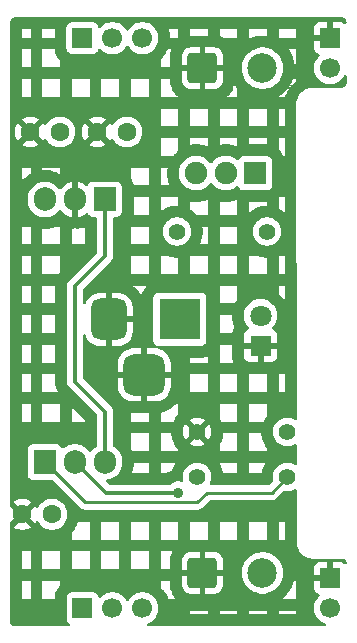
<source format=gbl>
%TF.GenerationSoftware,KiCad,Pcbnew,9.0.5*%
%TF.CreationDate,2025-11-24T13:01:10-08:00*%
%TF.ProjectId,project2_breadboard_power_supply,70726f6a-6563-4743-925f-627265616462,rev?*%
%TF.SameCoordinates,Original*%
%TF.FileFunction,Copper,L2,Bot*%
%TF.FilePolarity,Positive*%
%FSLAX46Y46*%
G04 Gerber Fmt 4.6, Leading zero omitted, Abs format (unit mm)*
G04 Created by KiCad (PCBNEW 9.0.5) date 2025-11-24 13:01:10*
%MOMM*%
%LPD*%
G01*
G04 APERTURE LIST*
G04 Aperture macros list*
%AMRoundRect*
0 Rectangle with rounded corners*
0 $1 Rounding radius*
0 $2 $3 $4 $5 $6 $7 $8 $9 X,Y pos of 4 corners*
0 Add a 4 corners polygon primitive as box body*
4,1,4,$2,$3,$4,$5,$6,$7,$8,$9,$2,$3,0*
0 Add four circle primitives for the rounded corners*
1,1,$1+$1,$2,$3*
1,1,$1+$1,$4,$5*
1,1,$1+$1,$6,$7*
1,1,$1+$1,$8,$9*
0 Add four rect primitives between the rounded corners*
20,1,$1+$1,$2,$3,$4,$5,0*
20,1,$1+$1,$4,$5,$6,$7,0*
20,1,$1+$1,$6,$7,$8,$9,0*
20,1,$1+$1,$8,$9,$2,$3,0*%
G04 Aperture macros list end*
%TA.AperFunction,ComponentPad*%
%ADD10R,1.800000X1.800000*%
%TD*%
%TA.AperFunction,ComponentPad*%
%ADD11C,1.800000*%
%TD*%
%TA.AperFunction,ComponentPad*%
%ADD12C,1.600000*%
%TD*%
%TA.AperFunction,ComponentPad*%
%ADD13R,1.700000X1.700000*%
%TD*%
%TA.AperFunction,ComponentPad*%
%ADD14C,1.700000*%
%TD*%
%TA.AperFunction,ComponentPad*%
%ADD15C,1.400000*%
%TD*%
%TA.AperFunction,ComponentPad*%
%ADD16RoundRect,0.250000X-1.000000X-1.000000X1.000000X-1.000000X1.000000X1.000000X-1.000000X1.000000X0*%
%TD*%
%TA.AperFunction,ComponentPad*%
%ADD17C,2.500000*%
%TD*%
%TA.AperFunction,ComponentPad*%
%ADD18R,3.500000X3.500000*%
%TD*%
%TA.AperFunction,ComponentPad*%
%ADD19RoundRect,0.750000X-0.750000X-1.000000X0.750000X-1.000000X0.750000X1.000000X-0.750000X1.000000X0*%
%TD*%
%TA.AperFunction,ComponentPad*%
%ADD20RoundRect,0.875000X-0.875000X-0.875000X0.875000X-0.875000X0.875000X0.875000X-0.875000X0.875000X0*%
%TD*%
%TA.AperFunction,ComponentPad*%
%ADD21R,1.905000X2.000000*%
%TD*%
%TA.AperFunction,ComponentPad*%
%ADD22O,1.905000X2.000000*%
%TD*%
%TA.AperFunction,ComponentPad*%
%ADD23R,1.900000X1.900000*%
%TD*%
%TA.AperFunction,ComponentPad*%
%ADD24C,1.900000*%
%TD*%
%TA.AperFunction,ViaPad*%
%ADD25C,0.900000*%
%TD*%
%TA.AperFunction,Conductor*%
%ADD26C,0.350000*%
%TD*%
%TA.AperFunction,Conductor*%
%ADD27C,0.250000*%
%TD*%
G04 APERTURE END LIST*
D10*
%TO.P,D1,1,K*%
%TO.N,GND*%
X164305000Y-114300000D03*
D11*
%TO.P,D1,2,A*%
%TO.N,Net-(D1-A)*%
X164305000Y-111760000D03*
%TD*%
D12*
%TO.P,C2,1*%
%TO.N,/3.3V*%
X146640000Y-128587500D03*
%TO.P,C2,2*%
%TO.N,GND*%
X144140000Y-128587500D03*
%TD*%
D13*
%TO.P,J3,1,Pin_1*%
%TO.N,/3.3V*%
X149220000Y-88260000D03*
D14*
%TO.P,J3,2,Pin_2*%
%TO.N,/PWR_OUT_TOP*%
X151760000Y-88260000D03*
%TO.P,J3,3,Pin_3*%
%TO.N,/5V*%
X154300000Y-88260000D03*
%TD*%
D15*
%TO.P,R2,1*%
%TO.N,Net-(U1-ADJ)*%
X166565000Y-125412500D03*
%TO.P,R2,2*%
%TO.N,/3.3V*%
X158945000Y-125412500D03*
%TD*%
%TO.P,R1,1*%
%TO.N,Net-(D1-A)*%
X157226000Y-104648000D03*
%TO.P,R1,2*%
%TO.N,/12V*%
X164846000Y-104648000D03*
%TD*%
D12*
%TO.P,C1,1*%
%TO.N,/12V*%
X152990000Y-96202500D03*
%TO.P,C1,2*%
%TO.N,GND*%
X150490000Y-96202500D03*
%TD*%
%TO.P,C3,1*%
%TO.N,/5V*%
X147315000Y-96202500D03*
%TO.P,C3,2*%
%TO.N,GND*%
X144815000Y-96202500D03*
%TD*%
D13*
%TO.P,J6,1,Pin_1*%
%TO.N,GND*%
X170180000Y-133980000D03*
D14*
%TO.P,J6,2,Pin_2*%
%TO.N,/PWR_OUT_BOT*%
X170180000Y-136520000D03*
%TD*%
D16*
%TO.P,J2,1,Pin_1*%
%TO.N,GND*%
X159385000Y-90805000D03*
D17*
%TO.P,J2,2,Pin_2*%
%TO.N,/PWR_OUT_TOP*%
X164465000Y-90805000D03*
%TD*%
D18*
%TO.P,J1,1*%
%TO.N,/PWR_input*%
X157460000Y-112077500D03*
D19*
%TO.P,J1,2*%
%TO.N,GND*%
X151460000Y-112077500D03*
D20*
%TO.P,J1,3*%
X154460000Y-116777500D03*
%TD*%
D13*
%TO.P,J4,1,Pin_1*%
%TO.N,GND*%
X170180000Y-88260000D03*
D14*
%TO.P,J4,2,Pin_2*%
%TO.N,/PWR_OUT_TOP*%
X170180000Y-90800000D03*
%TD*%
D15*
%TO.P,R3,1*%
%TO.N,GND*%
X158945000Y-121602500D03*
%TO.P,R3,2*%
%TO.N,Net-(U1-ADJ)*%
X166565000Y-121602500D03*
%TD*%
D21*
%TO.P,U2,1,VI*%
%TO.N,/12V*%
X151125000Y-101917500D03*
D22*
%TO.P,U2,2,GND*%
%TO.N,GND*%
X148585000Y-101917500D03*
%TO.P,U2,3,VO*%
%TO.N,/5V*%
X146045000Y-101917500D03*
%TD*%
D16*
%TO.P,J5,1,Pin_1*%
%TO.N,GND*%
X159385000Y-133540000D03*
D17*
%TO.P,J5,2,Pin_2*%
%TO.N,/PWR_OUT_BOT*%
X164465000Y-133540000D03*
%TD*%
D23*
%TO.P,S1,1*%
%TO.N,/12V*%
X163845000Y-99695000D03*
D24*
%TO.P,S1,2*%
%TO.N,/PWR_input*%
X161345000Y-99695000D03*
%TO.P,S1,3*%
%TO.N,unconnected-(S1-Pad3)*%
X158845000Y-99695000D03*
%TD*%
D13*
%TO.P,J7,1,Pin_1*%
%TO.N,/3.3V*%
X149225000Y-136535000D03*
D14*
%TO.P,J7,2,Pin_2*%
%TO.N,/PWR_OUT_BOT*%
X151765000Y-136535000D03*
%TO.P,J7,3,Pin_3*%
%TO.N,/5V*%
X154305000Y-136535000D03*
%TD*%
D21*
%TO.P,U1,1,ADJ*%
%TO.N,Net-(U1-ADJ)*%
X146045000Y-124142500D03*
D22*
%TO.P,U1,2,VO*%
%TO.N,/3.3V*%
X148585000Y-124142500D03*
%TO.P,U1,3,VI*%
%TO.N,/12V*%
X151125000Y-124142500D03*
%TD*%
D25*
%TO.N,/3.3V*%
X157327600Y-126746000D03*
%TD*%
D26*
%TO.N,/12V*%
X151125000Y-106685000D02*
X148590000Y-109220000D01*
X151125000Y-119883000D02*
X151125000Y-124142500D01*
X151125000Y-101917500D02*
X151125000Y-106685000D01*
X148590000Y-109220000D02*
X148590000Y-117348000D01*
X148590000Y-117348000D02*
X151125000Y-119883000D01*
%TO.N,/3.3V*%
X157327600Y-126746000D02*
X151188500Y-126746000D01*
X151188500Y-126746000D02*
X148585000Y-124142500D01*
D27*
%TO.N,Net-(U1-ADJ)*%
X146045000Y-124142500D02*
X149474500Y-127572000D01*
X158940000Y-127572000D02*
X159766000Y-126746000D01*
X159766000Y-126746000D02*
X165231500Y-126746000D01*
X149474500Y-127572000D02*
X158940000Y-127572000D01*
X165231500Y-126746000D02*
X166565000Y-125412500D01*
%TD*%
%TA.AperFunction,Conductor*%
%TO.N,GND*%
G36*
X171169059Y-86480561D02*
G01*
X171254423Y-86491799D01*
X171285691Y-86500177D01*
X171357668Y-86529991D01*
X171385700Y-86546175D01*
X171447510Y-86593603D01*
X171470396Y-86616489D01*
X171499612Y-86654565D01*
X171517824Y-86678299D01*
X171534008Y-86706331D01*
X171563822Y-86778308D01*
X171572200Y-86809575D01*
X171583439Y-86894939D01*
X171584500Y-86911125D01*
X171584500Y-86952796D01*
X171564815Y-87019835D01*
X171512011Y-87065590D01*
X171442853Y-87075534D01*
X171386189Y-87052062D01*
X171272093Y-86966649D01*
X171272086Y-86966645D01*
X171137379Y-86916403D01*
X171137372Y-86916401D01*
X171077844Y-86910000D01*
X170430000Y-86910000D01*
X170430000Y-87826988D01*
X170372993Y-87794075D01*
X170245826Y-87760000D01*
X170114174Y-87760000D01*
X169987007Y-87794075D01*
X169930000Y-87826988D01*
X169930000Y-86910000D01*
X169282155Y-86910000D01*
X169222627Y-86916401D01*
X169222620Y-86916403D01*
X169087913Y-86966645D01*
X169087906Y-86966649D01*
X168972812Y-87052809D01*
X168972809Y-87052812D01*
X168886649Y-87167906D01*
X168886645Y-87167913D01*
X168836403Y-87302620D01*
X168836401Y-87302627D01*
X168830000Y-87362155D01*
X168830000Y-88010000D01*
X169746988Y-88010000D01*
X169714075Y-88067007D01*
X169680000Y-88194174D01*
X169680000Y-88325826D01*
X169714075Y-88452993D01*
X169746988Y-88510000D01*
X168830000Y-88510000D01*
X168830000Y-89157844D01*
X168836401Y-89217372D01*
X168836403Y-89217379D01*
X168886645Y-89352086D01*
X168886649Y-89352093D01*
X168972809Y-89467187D01*
X168972812Y-89467190D01*
X169087906Y-89553350D01*
X169087913Y-89553354D01*
X169219470Y-89602422D01*
X169275404Y-89644293D01*
X169299821Y-89709758D01*
X169284969Y-89778031D01*
X169263819Y-89806285D01*
X169149889Y-89920215D01*
X169024951Y-90092179D01*
X168928444Y-90281585D01*
X168862753Y-90483760D01*
X168847476Y-90580219D01*
X168829500Y-90693713D01*
X168829500Y-90906287D01*
X168862754Y-91116243D01*
X168925673Y-91309888D01*
X168928444Y-91318414D01*
X169024951Y-91507820D01*
X169149890Y-91679786D01*
X169300213Y-91830109D01*
X169472179Y-91955048D01*
X169472181Y-91955049D01*
X169472184Y-91955051D01*
X169661588Y-92051557D01*
X169863757Y-92117246D01*
X170073713Y-92150500D01*
X170073714Y-92150500D01*
X170286286Y-92150500D01*
X170286287Y-92150500D01*
X170496243Y-92117246D01*
X170698412Y-92051557D01*
X170887816Y-91955051D01*
X170973154Y-91893050D01*
X171059786Y-91830109D01*
X171059788Y-91830106D01*
X171059792Y-91830104D01*
X171210104Y-91679792D01*
X171210106Y-91679788D01*
X171210109Y-91679786D01*
X171335050Y-91507817D01*
X171350793Y-91476921D01*
X171355714Y-91467261D01*
X171403687Y-91416466D01*
X171471508Y-91399670D01*
X171537643Y-91422207D01*
X171581095Y-91476921D01*
X171590199Y-91523403D01*
X171590869Y-92066810D01*
X171589808Y-92083147D01*
X171579775Y-92159361D01*
X171571396Y-92190632D01*
X171545079Y-92254164D01*
X171528893Y-92282198D01*
X171487031Y-92336751D01*
X171464142Y-92359639D01*
X171409586Y-92401500D01*
X171381553Y-92417684D01*
X171318024Y-92443998D01*
X171286753Y-92452377D01*
X171210624Y-92462397D01*
X171194125Y-92463457D01*
X168794535Y-92457294D01*
X168791903Y-92457118D01*
X168785392Y-92457118D01*
X168770880Y-92457118D01*
X168770819Y-92457100D01*
X168719500Y-92457100D01*
X168718946Y-92457100D01*
X168718527Y-92457098D01*
X168660551Y-92456950D01*
X168660548Y-92456950D01*
X168654014Y-92456934D01*
X168651428Y-92457100D01*
X168610143Y-92457100D01*
X168570007Y-92463457D01*
X168394123Y-92491314D01*
X168186111Y-92558901D01*
X168186104Y-92558904D01*
X167991236Y-92658197D01*
X167814289Y-92786758D01*
X167814288Y-92786759D01*
X167659640Y-92941410D01*
X167659636Y-92941414D01*
X167531083Y-93118357D01*
X167431790Y-93313238D01*
X167364207Y-93521251D01*
X167329998Y-93737270D01*
X167329998Y-93772775D01*
X167329876Y-93774662D01*
X167329999Y-93846604D01*
X167330000Y-93847012D01*
X167330000Y-93919433D01*
X167330127Y-93921347D01*
X167375571Y-120465592D01*
X167356001Y-120532665D01*
X167303275Y-120578510D01*
X167234134Y-120588572D01*
X167195276Y-120576289D01*
X167025836Y-120489954D01*
X166846118Y-120431559D01*
X166659486Y-120402000D01*
X166659481Y-120402000D01*
X166470519Y-120402000D01*
X166470514Y-120402000D01*
X166283881Y-120431559D01*
X166104163Y-120489954D01*
X165935800Y-120575740D01*
X165848579Y-120639110D01*
X165782927Y-120686810D01*
X165782925Y-120686812D01*
X165782924Y-120686812D01*
X165649312Y-120820424D01*
X165649312Y-120820425D01*
X165649310Y-120820427D01*
X165601610Y-120886079D01*
X165538240Y-120973300D01*
X165452454Y-121141663D01*
X165394059Y-121321381D01*
X165364500Y-121508013D01*
X165364500Y-121696986D01*
X165394059Y-121883618D01*
X165452454Y-122063336D01*
X165508519Y-122173368D01*
X165538240Y-122231699D01*
X165649310Y-122384573D01*
X165782927Y-122518190D01*
X165935801Y-122629260D01*
X166015347Y-122669790D01*
X166104163Y-122715045D01*
X166104165Y-122715045D01*
X166104168Y-122715047D01*
X166169276Y-122736202D01*
X166283881Y-122773440D01*
X166470514Y-122803000D01*
X166470519Y-122803000D01*
X166659486Y-122803000D01*
X166846118Y-122773440D01*
X166857865Y-122769623D01*
X167025832Y-122715047D01*
X167043027Y-122706286D01*
X167198540Y-122627048D01*
X167199559Y-122629047D01*
X167257972Y-122613174D01*
X167324599Y-122634213D01*
X167369275Y-122687933D01*
X167379460Y-122736937D01*
X167382100Y-124279256D01*
X167362530Y-124346329D01*
X167309804Y-124392174D01*
X167240663Y-124402236D01*
X167198917Y-124387211D01*
X167198540Y-124387952D01*
X167025836Y-124299954D01*
X166846118Y-124241559D01*
X166659486Y-124212000D01*
X166659481Y-124212000D01*
X166470519Y-124212000D01*
X166470514Y-124212000D01*
X166283881Y-124241559D01*
X166104163Y-124299954D01*
X165935800Y-124385740D01*
X165913096Y-124402236D01*
X165782927Y-124496810D01*
X165782925Y-124496812D01*
X165782924Y-124496812D01*
X165649312Y-124630424D01*
X165649312Y-124630425D01*
X165649310Y-124630427D01*
X165601610Y-124696079D01*
X165538240Y-124783300D01*
X165452454Y-124951663D01*
X165394059Y-125131381D01*
X165364500Y-125318013D01*
X165364500Y-125506986D01*
X165384891Y-125635730D01*
X165375936Y-125705024D01*
X165350099Y-125742809D01*
X165008729Y-126084181D01*
X164947406Y-126117666D01*
X164921048Y-126120500D01*
X160133959Y-126120500D01*
X160066920Y-126100815D01*
X160021165Y-126048011D01*
X160011221Y-125978853D01*
X160023474Y-125940206D01*
X160057544Y-125873339D01*
X160057544Y-125873335D01*
X160057547Y-125873332D01*
X160115940Y-125693618D01*
X160120480Y-125664951D01*
X160145500Y-125506986D01*
X160145500Y-125318013D01*
X160115940Y-125131381D01*
X160071135Y-124993487D01*
X160057547Y-124951668D01*
X160057545Y-124951665D01*
X160057545Y-124951663D01*
X159990454Y-124819990D01*
X159971760Y-124783301D01*
X159860690Y-124630427D01*
X159727073Y-124496810D01*
X159574199Y-124385740D01*
X159405836Y-124299954D01*
X159348201Y-124281227D01*
X160834500Y-124281227D01*
X160835401Y-124282764D01*
X160849792Y-124308460D01*
X160852088Y-124312757D01*
X160955676Y-124516062D01*
X160957801Y-124520444D01*
X160970144Y-124547219D01*
X160972099Y-124551687D01*
X160987097Y-124587903D01*
X160988869Y-124592433D01*
X160999053Y-124620041D01*
X161000647Y-124624636D01*
X161071155Y-124841632D01*
X161072570Y-124846296D01*
X161080573Y-124874676D01*
X161081803Y-124879394D01*
X161090951Y-124917513D01*
X161091993Y-124922263D01*
X161097733Y-124951125D01*
X161098588Y-124955914D01*
X161124973Y-125122500D01*
X162336500Y-125122500D01*
X163334500Y-125122500D01*
X164385027Y-125122500D01*
X164411412Y-124955914D01*
X164412267Y-124951125D01*
X164418007Y-124922263D01*
X164419049Y-124917513D01*
X164428197Y-124879394D01*
X164429427Y-124874676D01*
X164437430Y-124846296D01*
X164438845Y-124841632D01*
X164509353Y-124624636D01*
X164510947Y-124620041D01*
X164521131Y-124592433D01*
X164522903Y-124587903D01*
X164537901Y-124551687D01*
X164539856Y-124547219D01*
X164552199Y-124520444D01*
X164554324Y-124516062D01*
X164657912Y-124312757D01*
X164660208Y-124308460D01*
X164674599Y-124282764D01*
X164677060Y-124278566D01*
X164697542Y-124245142D01*
X164700166Y-124241043D01*
X164709215Y-124227500D01*
X163334500Y-124227500D01*
X163334500Y-125122500D01*
X162336500Y-125122500D01*
X162336500Y-124227500D01*
X160834500Y-124227500D01*
X160834500Y-124281227D01*
X159348201Y-124281227D01*
X159226118Y-124241559D01*
X159039486Y-124212000D01*
X159039481Y-124212000D01*
X158850519Y-124212000D01*
X158850514Y-124212000D01*
X158663881Y-124241559D01*
X158484163Y-124299954D01*
X158315800Y-124385740D01*
X158293096Y-124402236D01*
X158162927Y-124496810D01*
X158162925Y-124496812D01*
X158162924Y-124496812D01*
X158029312Y-124630424D01*
X158029312Y-124630425D01*
X158029310Y-124630427D01*
X157981610Y-124696079D01*
X157918240Y-124783300D01*
X157832454Y-124951663D01*
X157774059Y-125131381D01*
X157744500Y-125318013D01*
X157744500Y-125506986D01*
X157774763Y-125698062D01*
X157765808Y-125767356D01*
X157720812Y-125820808D01*
X157654060Y-125841447D01*
X157610865Y-125833176D01*
X157610678Y-125833795D01*
X157604854Y-125832028D01*
X157604851Y-125832027D01*
X157604846Y-125832026D01*
X157604843Y-125832025D01*
X157421220Y-125795500D01*
X157421216Y-125795500D01*
X157233984Y-125795500D01*
X157233979Y-125795500D01*
X157050356Y-125832025D01*
X157050348Y-125832027D01*
X156877371Y-125903676D01*
X156877362Y-125903681D01*
X156721692Y-126007697D01*
X156721688Y-126007700D01*
X156695208Y-126034181D01*
X156633885Y-126067666D01*
X156607527Y-126070500D01*
X151519663Y-126070500D01*
X151452624Y-126050815D01*
X151431982Y-126034181D01*
X151240032Y-125842231D01*
X151206547Y-125780908D01*
X151211531Y-125711216D01*
X151253403Y-125655283D01*
X151308312Y-125632077D01*
X151465245Y-125607222D01*
X151465248Y-125607221D01*
X151465249Y-125607221D01*
X151682755Y-125536549D01*
X151682755Y-125536548D01*
X151682758Y-125536548D01*
X151886538Y-125432717D01*
X152071566Y-125298286D01*
X152233286Y-125136566D01*
X152279833Y-125072500D01*
X153415393Y-125072500D01*
X154836500Y-125072500D01*
X155834500Y-125072500D01*
X156324962Y-125072500D01*
X156343286Y-125060256D01*
X156348430Y-125056999D01*
X156380022Y-125038064D01*
X156385318Y-125035064D01*
X156428539Y-125011963D01*
X156433974Y-125009227D01*
X156467254Y-124993487D01*
X156472817Y-124991021D01*
X156691065Y-124900620D01*
X156696741Y-124898430D01*
X156731403Y-124886027D01*
X156737182Y-124884118D01*
X156784078Y-124869891D01*
X156789948Y-124868267D01*
X156812852Y-124862530D01*
X156817430Y-124846296D01*
X156818845Y-124841632D01*
X156889353Y-124624636D01*
X156890947Y-124620041D01*
X156901131Y-124592433D01*
X156902903Y-124587903D01*
X156917901Y-124551687D01*
X156919856Y-124547219D01*
X156932199Y-124520444D01*
X156934324Y-124516062D01*
X157037912Y-124312757D01*
X157040208Y-124308460D01*
X157054599Y-124282764D01*
X157057060Y-124278566D01*
X157077542Y-124245142D01*
X157080166Y-124241043D01*
X157089215Y-124227500D01*
X155834500Y-124227500D01*
X155834500Y-125072500D01*
X154836500Y-125072500D01*
X154836500Y-124227500D01*
X153576000Y-124227500D01*
X153576000Y-124323964D01*
X153575904Y-124328836D01*
X153574746Y-124358288D01*
X153574459Y-124363153D01*
X153571381Y-124402232D01*
X153570905Y-124407069D01*
X153567445Y-124436303D01*
X153566777Y-124441127D01*
X153524870Y-124705712D01*
X153524015Y-124710500D01*
X153518275Y-124739363D01*
X153517233Y-124744114D01*
X153508085Y-124782232D01*
X153506855Y-124786949D01*
X153498853Y-124815326D01*
X153497438Y-124819990D01*
X153415393Y-125072500D01*
X152279833Y-125072500D01*
X152367717Y-124951538D01*
X152471548Y-124747758D01*
X152542222Y-124530245D01*
X152578000Y-124304354D01*
X152578000Y-123980646D01*
X152542222Y-123754755D01*
X152542221Y-123754751D01*
X152542221Y-123754750D01*
X152471549Y-123537244D01*
X152471548Y-123537242D01*
X152367717Y-123333462D01*
X152233286Y-123148434D01*
X152117447Y-123032595D01*
X153334500Y-123032595D01*
X153369669Y-123101619D01*
X153371793Y-123105998D01*
X153384122Y-123132740D01*
X153386073Y-123137201D01*
X153401075Y-123173417D01*
X153402850Y-123177951D01*
X153413049Y-123205595D01*
X153414645Y-123210198D01*
X153420917Y-123229500D01*
X154836500Y-123229500D01*
X155834500Y-123229500D01*
X157336500Y-123229500D01*
X157336500Y-123078685D01*
X157299765Y-123058113D01*
X157260035Y-123022809D01*
X157099750Y-122802192D01*
X157096969Y-122798201D01*
X157080613Y-122773724D01*
X157077988Y-122769623D01*
X157057506Y-122736202D01*
X157055043Y-122732000D01*
X157040643Y-122706288D01*
X157038347Y-122701993D01*
X156991668Y-122610382D01*
X158290669Y-122610382D01*
X158290670Y-122610383D01*
X158316059Y-122628829D01*
X158484362Y-122714585D01*
X158663997Y-122772951D01*
X158850553Y-122802500D01*
X159039447Y-122802500D01*
X159226002Y-122772951D01*
X159349638Y-122732780D01*
X160834500Y-122732780D01*
X160834500Y-123229500D01*
X162336500Y-123229500D01*
X163334500Y-123229500D01*
X164836500Y-123229500D01*
X164836500Y-122963735D01*
X164719320Y-122802453D01*
X164716534Y-122798455D01*
X164700166Y-122773957D01*
X164697542Y-122769858D01*
X164677060Y-122736434D01*
X164674599Y-122732236D01*
X164660208Y-122706540D01*
X164657912Y-122702243D01*
X164554324Y-122498938D01*
X164552199Y-122494556D01*
X164539856Y-122467781D01*
X164537901Y-122463313D01*
X164522903Y-122427097D01*
X164521131Y-122422567D01*
X164510947Y-122394959D01*
X164509353Y-122390364D01*
X164438845Y-122173368D01*
X164437430Y-122168704D01*
X164429427Y-122140324D01*
X164428197Y-122135606D01*
X164419049Y-122097487D01*
X164418007Y-122092737D01*
X164412267Y-122063875D01*
X164411412Y-122059086D01*
X164375719Y-121833735D01*
X164375051Y-121828905D01*
X164371588Y-121799633D01*
X164371111Y-121794789D01*
X164368037Y-121755709D01*
X164367750Y-121750850D01*
X164366833Y-121727500D01*
X163334500Y-121727500D01*
X163334500Y-123229500D01*
X162336500Y-123229500D01*
X162336500Y-121727500D01*
X161142665Y-121727500D01*
X161141750Y-121750811D01*
X161141463Y-121755669D01*
X161138389Y-121794750D01*
X161137912Y-121799595D01*
X161134449Y-121828867D01*
X161133781Y-121833698D01*
X161098099Y-122058975D01*
X161097244Y-122063764D01*
X161091502Y-122092635D01*
X161090460Y-122097386D01*
X161081312Y-122135501D01*
X161080081Y-122140218D01*
X161072081Y-122168586D01*
X161070667Y-122173248D01*
X161000181Y-122390183D01*
X160998585Y-122394784D01*
X160988386Y-122422429D01*
X160986611Y-122426965D01*
X160971609Y-122463181D01*
X160969659Y-122467639D01*
X160957330Y-122494383D01*
X160955205Y-122498765D01*
X160851656Y-122701989D01*
X160849359Y-122706286D01*
X160834962Y-122731992D01*
X160834500Y-122732780D01*
X159349638Y-122732780D01*
X159405637Y-122714585D01*
X159573937Y-122628831D01*
X159599328Y-122610383D01*
X159599328Y-122610382D01*
X158945001Y-121956054D01*
X158945000Y-121956054D01*
X158290669Y-122610382D01*
X156991668Y-122610382D01*
X156934796Y-122498766D01*
X156932670Y-122494383D01*
X156920341Y-122467639D01*
X156918391Y-122463181D01*
X156903389Y-122426965D01*
X156901614Y-122422429D01*
X156891415Y-122394784D01*
X156889819Y-122390183D01*
X156819333Y-122173248D01*
X156817919Y-122168586D01*
X156809919Y-122140218D01*
X156808688Y-122135501D01*
X156799540Y-122097386D01*
X156798498Y-122092635D01*
X156792756Y-122063764D01*
X156791901Y-122058975D01*
X156756219Y-121833698D01*
X156755551Y-121828867D01*
X156752088Y-121799595D01*
X156751611Y-121794750D01*
X156748537Y-121755669D01*
X156748250Y-121750811D01*
X156747335Y-121727500D01*
X155834500Y-121727500D01*
X155834500Y-123229500D01*
X154836500Y-123229500D01*
X154836500Y-121727500D01*
X153334500Y-121727500D01*
X153334500Y-123032595D01*
X152117447Y-123032595D01*
X152071566Y-122986714D01*
X151886538Y-122852283D01*
X151886539Y-122852283D01*
X151886537Y-122852282D01*
X151868201Y-122842939D01*
X151817407Y-122794963D01*
X151800500Y-122732456D01*
X151800500Y-121508052D01*
X157745000Y-121508052D01*
X157745000Y-121696947D01*
X157774548Y-121883502D01*
X157832914Y-122063137D01*
X157918666Y-122231433D01*
X157937116Y-122256828D01*
X158591446Y-121602500D01*
X158591446Y-121602499D01*
X158545369Y-121556422D01*
X158595000Y-121556422D01*
X158595000Y-121648578D01*
X158618852Y-121737595D01*
X158664930Y-121817405D01*
X158730095Y-121882570D01*
X158809905Y-121928648D01*
X158898922Y-121952500D01*
X158991078Y-121952500D01*
X159080095Y-121928648D01*
X159159905Y-121882570D01*
X159225070Y-121817405D01*
X159271148Y-121737595D01*
X159295000Y-121648578D01*
X159295000Y-121602499D01*
X159298554Y-121602499D01*
X159298554Y-121602500D01*
X159952882Y-122256828D01*
X159952883Y-122256828D01*
X159971331Y-122231437D01*
X160057085Y-122063137D01*
X160115451Y-121883502D01*
X160145000Y-121696947D01*
X160145000Y-121508052D01*
X160115451Y-121321497D01*
X160057085Y-121141862D01*
X159971329Y-120973559D01*
X159952883Y-120948170D01*
X159952882Y-120948169D01*
X159298554Y-121602499D01*
X159295000Y-121602499D01*
X159295000Y-121556422D01*
X159271148Y-121467405D01*
X159225070Y-121387595D01*
X159159905Y-121322430D01*
X159080095Y-121276352D01*
X158991078Y-121252500D01*
X158898922Y-121252500D01*
X158809905Y-121276352D01*
X158730095Y-121322430D01*
X158664930Y-121387595D01*
X158618852Y-121467405D01*
X158595000Y-121556422D01*
X158545369Y-121556422D01*
X157937116Y-120948169D01*
X157937116Y-120948170D01*
X157918669Y-120973560D01*
X157832914Y-121141862D01*
X157774548Y-121321497D01*
X157745000Y-121508052D01*
X151800500Y-121508052D01*
X151800500Y-120017388D01*
X153334500Y-120017388D01*
X153334500Y-120729500D01*
X154836500Y-120729500D01*
X154836500Y-120025499D01*
X154509454Y-120025499D01*
X154461999Y-120016059D01*
X154460001Y-120015231D01*
X154458004Y-120016059D01*
X154410549Y-120025499D01*
X153479851Y-120025500D01*
X153476574Y-120025457D01*
X153453385Y-120024844D01*
X153450083Y-120024712D01*
X153368696Y-120020388D01*
X153364435Y-120020088D01*
X153338705Y-120017830D01*
X153334500Y-120017388D01*
X151800500Y-120017388D01*
X151800500Y-119972867D01*
X155834500Y-119972867D01*
X155834500Y-120729500D01*
X156923965Y-120729500D01*
X156932673Y-120710612D01*
X156934796Y-120706234D01*
X156991669Y-120594616D01*
X158290669Y-120594616D01*
X158945000Y-121248946D01*
X158945001Y-121248946D01*
X159599328Y-120594616D01*
X159573933Y-120576166D01*
X159405637Y-120490414D01*
X159349641Y-120472220D01*
X160834500Y-120472220D01*
X160834973Y-120473028D01*
X160849363Y-120498723D01*
X160851659Y-120503017D01*
X160955205Y-120706235D01*
X160957330Y-120710617D01*
X160966035Y-120729500D01*
X162336500Y-120729500D01*
X163334500Y-120729500D01*
X164543414Y-120729500D01*
X164552199Y-120710444D01*
X164554324Y-120706062D01*
X164657912Y-120502757D01*
X164660208Y-120498460D01*
X164674599Y-120472764D01*
X164677060Y-120468566D01*
X164697542Y-120435142D01*
X164700166Y-120431043D01*
X164716534Y-120406545D01*
X164719320Y-120402547D01*
X164836500Y-120241264D01*
X164836500Y-119227500D01*
X163334500Y-119227500D01*
X163334500Y-120729500D01*
X162336500Y-120729500D01*
X162336500Y-119227500D01*
X160834500Y-119227500D01*
X160834500Y-120472220D01*
X159349641Y-120472220D01*
X159226002Y-120432048D01*
X159039447Y-120402500D01*
X158850553Y-120402500D01*
X158663997Y-120432048D01*
X158484362Y-120490414D01*
X158316060Y-120576169D01*
X158290670Y-120594616D01*
X158290669Y-120594616D01*
X156991669Y-120594616D01*
X157038339Y-120503022D01*
X157040634Y-120498729D01*
X157055017Y-120473046D01*
X157057476Y-120468850D01*
X157077952Y-120435432D01*
X157080579Y-120431328D01*
X157096947Y-120406830D01*
X157099731Y-120402836D01*
X157260022Y-120182201D01*
X157299750Y-120146895D01*
X157336500Y-120126312D01*
X157336500Y-119227500D01*
X157110959Y-119227500D01*
X157060127Y-119287790D01*
X157056648Y-119291743D01*
X157035105Y-119315197D01*
X157031463Y-119318996D01*
X157001496Y-119348963D01*
X156997697Y-119352605D01*
X156974243Y-119374148D01*
X156970290Y-119377627D01*
X156758942Y-119555819D01*
X156754847Y-119559125D01*
X156729648Y-119578603D01*
X156725414Y-119581735D01*
X156690813Y-119606206D01*
X156686455Y-119609151D01*
X156659703Y-119626417D01*
X156655219Y-119629178D01*
X156416802Y-119769086D01*
X156412208Y-119771652D01*
X156384086Y-119786588D01*
X156379386Y-119788958D01*
X156341147Y-119807231D01*
X156336348Y-119809401D01*
X156307055Y-119821900D01*
X156302172Y-119823862D01*
X156043531Y-119921469D01*
X156038566Y-119923223D01*
X156008312Y-119933195D01*
X156003278Y-119934736D01*
X155962502Y-119946282D01*
X155957407Y-119947609D01*
X155926436Y-119954974D01*
X155921293Y-119956082D01*
X155834500Y-119972867D01*
X151800500Y-119972867D01*
X151800500Y-119816466D01*
X151774541Y-119685969D01*
X151774540Y-119685968D01*
X151774540Y-119685964D01*
X151742723Y-119609151D01*
X151723623Y-119563038D01*
X151723622Y-119563037D01*
X151723620Y-119563031D01*
X151649695Y-119452394D01*
X151555606Y-119358305D01*
X149301819Y-117104518D01*
X149268334Y-117043195D01*
X149265500Y-117016837D01*
X149265500Y-115808921D01*
X152210000Y-115808921D01*
X152210000Y-116527500D01*
X153026988Y-116527500D01*
X152994075Y-116584507D01*
X152960000Y-116711674D01*
X152960000Y-116843326D01*
X152994075Y-116970493D01*
X153026988Y-117027500D01*
X152210001Y-117027500D01*
X152210001Y-117746088D01*
X152212794Y-117798691D01*
X152257237Y-118028487D01*
X152339879Y-118247475D01*
X152458339Y-118449341D01*
X152458344Y-118449348D01*
X152609211Y-118628286D01*
X152609213Y-118628288D01*
X152788151Y-118779155D01*
X152788158Y-118779160D01*
X152990024Y-118897620D01*
X153209012Y-118980262D01*
X153438809Y-119024705D01*
X153491382Y-119027498D01*
X153491421Y-119027499D01*
X154209999Y-119027499D01*
X154210000Y-119027498D01*
X154210000Y-117277500D01*
X154710000Y-117277500D01*
X154710000Y-119027499D01*
X155428576Y-119027499D01*
X155428588Y-119027498D01*
X155481191Y-119024705D01*
X155710987Y-118980262D01*
X155929975Y-118897620D01*
X156131841Y-118779160D01*
X156131848Y-118779155D01*
X156310786Y-118628288D01*
X156310788Y-118628286D01*
X156461655Y-118449348D01*
X156461660Y-118449341D01*
X156580120Y-118247475D01*
X156586903Y-118229500D01*
X158334500Y-118229500D01*
X159836500Y-118229500D01*
X160834500Y-118229500D01*
X162336500Y-118229500D01*
X163334500Y-118229500D01*
X164836500Y-118229500D01*
X165834500Y-118229500D01*
X166373740Y-118229500D01*
X166371169Y-116727500D01*
X165834500Y-116727500D01*
X165834500Y-118229500D01*
X164836500Y-118229500D01*
X164836500Y-116727500D01*
X163334500Y-116727500D01*
X163334500Y-118229500D01*
X162336500Y-118229500D01*
X162336500Y-116727500D01*
X160834500Y-116727500D01*
X160834500Y-118229500D01*
X159836500Y-118229500D01*
X159836500Y-116727500D01*
X158334500Y-116727500D01*
X158334500Y-118229500D01*
X156586903Y-118229500D01*
X156662762Y-118028487D01*
X156707205Y-117798691D01*
X156707205Y-117798690D01*
X156709998Y-117746117D01*
X156710000Y-117746078D01*
X156710000Y-117027500D01*
X155893012Y-117027500D01*
X155925925Y-116970493D01*
X155960000Y-116843326D01*
X155960000Y-116711674D01*
X155925925Y-116584507D01*
X155893012Y-116527500D01*
X156709999Y-116527500D01*
X156709999Y-115808923D01*
X156709998Y-115808911D01*
X156707205Y-115756308D01*
X156662762Y-115526512D01*
X156587092Y-115325999D01*
X158334500Y-115325999D01*
X158334500Y-115729500D01*
X159836500Y-115729500D01*
X160834500Y-115729500D01*
X162003687Y-115729500D01*
X161965421Y-115626904D01*
X161962942Y-115619564D01*
X161949332Y-115574695D01*
X161947315Y-115567212D01*
X161932972Y-115506501D01*
X161931428Y-115498916D01*
X161923522Y-115452738D01*
X161922455Y-115445069D01*
X161911289Y-115341217D01*
X161910977Y-115337905D01*
X161909364Y-115317856D01*
X161909142Y-115314542D01*
X161907713Y-115287855D01*
X161907580Y-115284539D01*
X161907044Y-115264491D01*
X161907000Y-115261177D01*
X161907000Y-114349454D01*
X161916439Y-114302002D01*
X161917268Y-114300000D01*
X161916439Y-114297998D01*
X161907000Y-114250546D01*
X161907000Y-114227500D01*
X160834500Y-114227500D01*
X160834500Y-115729500D01*
X159836500Y-115729500D01*
X159836500Y-115193085D01*
X159834502Y-115193913D01*
X159637018Y-115267569D01*
X159629679Y-115270048D01*
X159584828Y-115283653D01*
X159577352Y-115285668D01*
X159516637Y-115300016D01*
X159509045Y-115301561D01*
X159462840Y-115309472D01*
X159455167Y-115310541D01*
X159351244Y-115321712D01*
X159347939Y-115322022D01*
X159327899Y-115323635D01*
X159324578Y-115323858D01*
X159297895Y-115325286D01*
X159294582Y-115325419D01*
X159274534Y-115325955D01*
X159271220Y-115325999D01*
X158334500Y-115325999D01*
X156587092Y-115325999D01*
X156580120Y-115307524D01*
X156461660Y-115105658D01*
X156461655Y-115105651D01*
X156310788Y-114926713D01*
X156310786Y-114926711D01*
X156131848Y-114775844D01*
X156131841Y-114775839D01*
X155929975Y-114657379D01*
X155710984Y-114574736D01*
X155705840Y-114573741D01*
X155643760Y-114541680D01*
X155608869Y-114481146D01*
X155612244Y-114411358D01*
X155652814Y-114354473D01*
X155717697Y-114328552D01*
X155729374Y-114327999D01*
X159257872Y-114327999D01*
X159317483Y-114321591D01*
X159452331Y-114271296D01*
X159567546Y-114185046D01*
X159653796Y-114069831D01*
X159704091Y-113934983D01*
X159710500Y-113875373D01*
X159710500Y-113229500D01*
X160834500Y-113229500D01*
X161914437Y-113229500D01*
X161922455Y-113154931D01*
X161923522Y-113147262D01*
X161931428Y-113101084D01*
X161932972Y-113093499D01*
X161947315Y-113032788D01*
X161949332Y-113025305D01*
X161962942Y-112980436D01*
X161965421Y-112973096D01*
X162039030Y-112775739D01*
X162042419Y-112767559D01*
X162064677Y-112718823D01*
X162068638Y-112710909D01*
X162085376Y-112680255D01*
X162077568Y-112661404D01*
X162075794Y-112656873D01*
X162065600Y-112629241D01*
X162064005Y-112624639D01*
X161983770Y-112377696D01*
X161982356Y-112373036D01*
X161974356Y-112344669D01*
X161973126Y-112339954D01*
X161963977Y-112301838D01*
X161962934Y-112297083D01*
X161957192Y-112268211D01*
X161956337Y-112263422D01*
X161915723Y-112006994D01*
X161915056Y-112002171D01*
X161911596Y-111972938D01*
X161911119Y-111968100D01*
X161908041Y-111929021D01*
X161907754Y-111924156D01*
X161906596Y-111894704D01*
X161906500Y-111889832D01*
X161906500Y-111727500D01*
X160834500Y-111727500D01*
X160834500Y-113229500D01*
X159710500Y-113229500D01*
X159710499Y-111649778D01*
X162904500Y-111649778D01*
X162904500Y-111870221D01*
X162938985Y-112087952D01*
X163007103Y-112297603D01*
X163007104Y-112297606D01*
X163107187Y-112494025D01*
X163236752Y-112672358D01*
X163236756Y-112672363D01*
X163287316Y-112722923D01*
X163320801Y-112784246D01*
X163315817Y-112853938D01*
X163273945Y-112909871D01*
X163242969Y-112926785D01*
X163162918Y-112956643D01*
X163162906Y-112956649D01*
X163047812Y-113042809D01*
X163047809Y-113042812D01*
X162961649Y-113157906D01*
X162961645Y-113157913D01*
X162911403Y-113292620D01*
X162911401Y-113292627D01*
X162905000Y-113352155D01*
X162905000Y-114050000D01*
X163929722Y-114050000D01*
X163885667Y-114126306D01*
X163855000Y-114240756D01*
X163855000Y-114359244D01*
X163885667Y-114473694D01*
X163929722Y-114550000D01*
X162905000Y-114550000D01*
X162905000Y-115247844D01*
X162911401Y-115307372D01*
X162911403Y-115307379D01*
X162961645Y-115442086D01*
X162961649Y-115442093D01*
X163047809Y-115557187D01*
X163047812Y-115557190D01*
X163162906Y-115643350D01*
X163162913Y-115643354D01*
X163297620Y-115693596D01*
X163297627Y-115693598D01*
X163357155Y-115699999D01*
X163357172Y-115700000D01*
X164055000Y-115700000D01*
X164055000Y-114675277D01*
X164131306Y-114719333D01*
X164245756Y-114750000D01*
X164364244Y-114750000D01*
X164478694Y-114719333D01*
X164555000Y-114675277D01*
X164555000Y-115700000D01*
X165252828Y-115700000D01*
X165252844Y-115699999D01*
X165312372Y-115693598D01*
X165312379Y-115693596D01*
X165447086Y-115643354D01*
X165447093Y-115643350D01*
X165562187Y-115557190D01*
X165562190Y-115557187D01*
X165648350Y-115442093D01*
X165648354Y-115442086D01*
X165698596Y-115307379D01*
X165698598Y-115307372D01*
X165704999Y-115247844D01*
X165705000Y-115247827D01*
X165705000Y-114550000D01*
X164680278Y-114550000D01*
X164724333Y-114473694D01*
X164755000Y-114359244D01*
X164755000Y-114240756D01*
X164724333Y-114126306D01*
X164680278Y-114050000D01*
X165705000Y-114050000D01*
X165705000Y-113352172D01*
X165704999Y-113352155D01*
X165698598Y-113292627D01*
X165698596Y-113292620D01*
X165648354Y-113157913D01*
X165648350Y-113157906D01*
X165562190Y-113042812D01*
X165562187Y-113042809D01*
X165447093Y-112956649D01*
X165447087Y-112956646D01*
X165367030Y-112926786D01*
X165311097Y-112884914D01*
X165286680Y-112819450D01*
X165301532Y-112751177D01*
X165322681Y-112722925D01*
X165373242Y-112672365D01*
X165502815Y-112494022D01*
X165602895Y-112297606D01*
X165671015Y-112087951D01*
X165705500Y-111870222D01*
X165705500Y-111649778D01*
X165671015Y-111432049D01*
X165602895Y-111222394D01*
X165602895Y-111222393D01*
X165568237Y-111154375D01*
X165502815Y-111025978D01*
X165400031Y-110884507D01*
X165373247Y-110847641D01*
X165373243Y-110847636D01*
X165217363Y-110691756D01*
X165217358Y-110691752D01*
X165039025Y-110562187D01*
X165039024Y-110562186D01*
X165039022Y-110562185D01*
X164976096Y-110530122D01*
X164842606Y-110462104D01*
X164842603Y-110462103D01*
X164632952Y-110393985D01*
X164524086Y-110376742D01*
X164415222Y-110359500D01*
X164194778Y-110359500D01*
X164122201Y-110370995D01*
X163977047Y-110393985D01*
X163767396Y-110462103D01*
X163767393Y-110462104D01*
X163570974Y-110562187D01*
X163392641Y-110691752D01*
X163392636Y-110691756D01*
X163236756Y-110847636D01*
X163236752Y-110847641D01*
X163107187Y-111025974D01*
X163007104Y-111222393D01*
X163007103Y-111222396D01*
X162938985Y-111432047D01*
X162904500Y-111649778D01*
X159710499Y-111649778D01*
X159710499Y-110729500D01*
X160834500Y-110729500D01*
X162138165Y-110729500D01*
X162226859Y-110555431D01*
X162229153Y-110551140D01*
X162243542Y-110525445D01*
X162246006Y-110521241D01*
X162266487Y-110487819D01*
X162269112Y-110483718D01*
X162285479Y-110459223D01*
X162288262Y-110455230D01*
X162336500Y-110388834D01*
X162336500Y-109907320D01*
X165834500Y-109907320D01*
X165846891Y-109917090D01*
X165850654Y-109920179D01*
X165880461Y-109945640D01*
X165884100Y-109948874D01*
X165905705Y-109968848D01*
X165909209Y-109972218D01*
X166092782Y-110155791D01*
X166096152Y-110159295D01*
X166116126Y-110180900D01*
X166119360Y-110184539D01*
X166144821Y-110214346D01*
X166147910Y-110218109D01*
X166166169Y-110241267D01*
X166169114Y-110245157D01*
X166321738Y-110455229D01*
X166324521Y-110459223D01*
X166340888Y-110483718D01*
X166343513Y-110487819D01*
X166360534Y-110515595D01*
X166358329Y-109227500D01*
X165834500Y-109227500D01*
X165834500Y-109907320D01*
X162336500Y-109907320D01*
X162336500Y-109227500D01*
X160834500Y-109227500D01*
X160834500Y-110729500D01*
X159710499Y-110729500D01*
X159710499Y-110279628D01*
X159704091Y-110220017D01*
X159703379Y-110218109D01*
X159653797Y-110085171D01*
X159653793Y-110085164D01*
X159567547Y-109969955D01*
X159567544Y-109969952D01*
X159452335Y-109883706D01*
X159452328Y-109883702D01*
X159317482Y-109833408D01*
X159317483Y-109833408D01*
X159257883Y-109827001D01*
X159257881Y-109827000D01*
X159257873Y-109827000D01*
X159257864Y-109827000D01*
X155662129Y-109827000D01*
X155662123Y-109827001D01*
X155602516Y-109833408D01*
X155467671Y-109883702D01*
X155467664Y-109883706D01*
X155352455Y-109969952D01*
X155352452Y-109969955D01*
X155266206Y-110085164D01*
X155266202Y-110085171D01*
X155215908Y-110220017D01*
X155209501Y-110279616D01*
X155209501Y-110279623D01*
X155209500Y-110279635D01*
X155209500Y-113875370D01*
X155209501Y-113875376D01*
X155215908Y-113934983D01*
X155266202Y-114069828D01*
X155266206Y-114069835D01*
X155352452Y-114185044D01*
X155352455Y-114185047D01*
X155467664Y-114271293D01*
X155467673Y-114271298D01*
X155516506Y-114289511D01*
X155572440Y-114331381D01*
X155596858Y-114396845D01*
X155582007Y-114465118D01*
X155532603Y-114514524D01*
X155466598Y-114529518D01*
X155428625Y-114527501D01*
X155428579Y-114527500D01*
X154710000Y-114527500D01*
X154710000Y-116277500D01*
X154210000Y-116277500D01*
X154210000Y-114527500D01*
X153491423Y-114527500D01*
X153491411Y-114527501D01*
X153438808Y-114530294D01*
X153209012Y-114574737D01*
X152990024Y-114657379D01*
X152788158Y-114775839D01*
X152788151Y-114775844D01*
X152609213Y-114926711D01*
X152609211Y-114926713D01*
X152458344Y-115105651D01*
X152458339Y-115105658D01*
X152339879Y-115307524D01*
X152257237Y-115526512D01*
X152212794Y-115756308D01*
X152212794Y-115756309D01*
X152210001Y-115808882D01*
X152210000Y-115808921D01*
X149265500Y-115808921D01*
X149265500Y-113460263D01*
X149285185Y-113393224D01*
X149337989Y-113347469D01*
X149407147Y-113337525D01*
X149470703Y-113366550D01*
X149508477Y-113425328D01*
X149509742Y-113429965D01*
X149525377Y-113492019D01*
X149618428Y-113696874D01*
X149618431Y-113696880D01*
X149746559Y-113881823D01*
X149746569Y-113881835D01*
X149905664Y-114040930D01*
X149905676Y-114040940D01*
X150090619Y-114169068D01*
X150090625Y-114169071D01*
X150295480Y-114262122D01*
X150513667Y-114317099D01*
X150645810Y-114327499D01*
X151209999Y-114327499D01*
X151210000Y-114327498D01*
X151210000Y-113510512D01*
X151267007Y-113543425D01*
X151394174Y-113577500D01*
X151525826Y-113577500D01*
X151652993Y-113543425D01*
X151710000Y-113510512D01*
X151710000Y-114327499D01*
X152274182Y-114327499D01*
X152274197Y-114327498D01*
X152406332Y-114317099D01*
X152624519Y-114262122D01*
X152829374Y-114169071D01*
X152829380Y-114169068D01*
X153014323Y-114040940D01*
X153014335Y-114040930D01*
X153173430Y-113881835D01*
X153173440Y-113881823D01*
X153301568Y-113696880D01*
X153301571Y-113696874D01*
X153394622Y-113492019D01*
X153449599Y-113273832D01*
X153459999Y-113141696D01*
X153460000Y-113141684D01*
X153460000Y-112327500D01*
X151960000Y-112327500D01*
X151960000Y-111827500D01*
X153459999Y-111827500D01*
X153459999Y-111013317D01*
X153459998Y-111013302D01*
X153449599Y-110881167D01*
X153394622Y-110662980D01*
X153301571Y-110458125D01*
X153301568Y-110458119D01*
X153173440Y-110273176D01*
X153173430Y-110273164D01*
X153014335Y-110114069D01*
X153014323Y-110114059D01*
X152829380Y-109985931D01*
X152829374Y-109985928D01*
X152624519Y-109892877D01*
X152406332Y-109837900D01*
X152274196Y-109827500D01*
X151710000Y-109827500D01*
X151710000Y-110644488D01*
X151652993Y-110611575D01*
X151525826Y-110577500D01*
X151394174Y-110577500D01*
X151267007Y-110611575D01*
X151210000Y-110644488D01*
X151210000Y-109827500D01*
X150645817Y-109827500D01*
X150645802Y-109827501D01*
X150513667Y-109837900D01*
X150295480Y-109892877D01*
X150090625Y-109985928D01*
X150090619Y-109985931D01*
X149905676Y-110114059D01*
X149905664Y-110114069D01*
X149746569Y-110273164D01*
X149746559Y-110273176D01*
X149618431Y-110458119D01*
X149618428Y-110458125D01*
X149525377Y-110662980D01*
X149509742Y-110725034D01*
X149474273Y-110785232D01*
X149411890Y-110816698D01*
X149342398Y-110809442D01*
X149287861Y-110765768D01*
X149265593Y-110699541D01*
X149265500Y-110694736D01*
X149265500Y-109551163D01*
X149285185Y-109484124D01*
X149301819Y-109463482D01*
X149537801Y-109227500D01*
X153487112Y-109227500D01*
X153601099Y-109306470D01*
X153605603Y-109309742D01*
X153632405Y-109330150D01*
X153636759Y-109333623D01*
X153671150Y-109362338D01*
X153675339Y-109365997D01*
X153700173Y-109388698D01*
X153704191Y-109392541D01*
X153894959Y-109583309D01*
X153898802Y-109587327D01*
X153921503Y-109612161D01*
X153925162Y-109616350D01*
X153953877Y-109650741D01*
X153957350Y-109655095D01*
X153977758Y-109681897D01*
X153981030Y-109686401D01*
X154134687Y-109908193D01*
X154137753Y-109912837D01*
X154155664Y-109941342D01*
X154158519Y-109946121D01*
X154180628Y-109985087D01*
X154183263Y-109989983D01*
X154198547Y-110019978D01*
X154200962Y-110024994D01*
X154226971Y-110082255D01*
X154228029Y-110074657D01*
X154235936Y-110028471D01*
X154237481Y-110020881D01*
X154251826Y-109960170D01*
X154253842Y-109952691D01*
X154267450Y-109907828D01*
X154269929Y-109900488D01*
X154343587Y-109702998D01*
X154346975Y-109694818D01*
X154369233Y-109646081D01*
X154373195Y-109638167D01*
X154407372Y-109575577D01*
X154411890Y-109567963D01*
X154440854Y-109522896D01*
X154445902Y-109515626D01*
X154574886Y-109343327D01*
X154580439Y-109336436D01*
X154615519Y-109295951D01*
X154621551Y-109289472D01*
X154671972Y-109239051D01*
X154678451Y-109233019D01*
X154684820Y-109227500D01*
X153487112Y-109227500D01*
X149537801Y-109227500D01*
X150535801Y-108229500D01*
X153334500Y-108229500D01*
X154836500Y-108229500D01*
X155834500Y-108229500D01*
X157336500Y-108229500D01*
X158334500Y-108229500D01*
X159836500Y-108229500D01*
X160834500Y-108229500D01*
X162336500Y-108229500D01*
X163334500Y-108229500D01*
X164836500Y-108229500D01*
X165834500Y-108229500D01*
X166356620Y-108229500D01*
X166354049Y-106727500D01*
X165834500Y-106727500D01*
X165834500Y-108229500D01*
X164836500Y-108229500D01*
X164836500Y-106846500D01*
X164731929Y-106846500D01*
X164727064Y-106846405D01*
X164697650Y-106845250D01*
X164692791Y-106844963D01*
X164653711Y-106841889D01*
X164648867Y-106841412D01*
X164619595Y-106837949D01*
X164614765Y-106837281D01*
X164389414Y-106801588D01*
X164384625Y-106800733D01*
X164355763Y-106794993D01*
X164351013Y-106793951D01*
X164312894Y-106784803D01*
X164308176Y-106783573D01*
X164279796Y-106775570D01*
X164275132Y-106774155D01*
X164131546Y-106727500D01*
X163334500Y-106727500D01*
X163334500Y-108229500D01*
X162336500Y-108229500D01*
X162336500Y-106727500D01*
X160834500Y-106727500D01*
X160834500Y-108229500D01*
X159836500Y-108229500D01*
X159836500Y-106727500D01*
X158334500Y-106727500D01*
X158334500Y-108229500D01*
X157336500Y-108229500D01*
X157336500Y-106846500D01*
X157111929Y-106846500D01*
X157107064Y-106846405D01*
X157077650Y-106845250D01*
X157072791Y-106844963D01*
X157033711Y-106841889D01*
X157028867Y-106841412D01*
X156999595Y-106837949D01*
X156994765Y-106837281D01*
X156769414Y-106801588D01*
X156764625Y-106800733D01*
X156735763Y-106794993D01*
X156731013Y-106793951D01*
X156692894Y-106784803D01*
X156688176Y-106783573D01*
X156659796Y-106775570D01*
X156655132Y-106774155D01*
X156511546Y-106727500D01*
X155834500Y-106727500D01*
X155834500Y-108229500D01*
X154836500Y-108229500D01*
X154836500Y-106727500D01*
X153334500Y-106727500D01*
X153334500Y-108229500D01*
X150535801Y-108229500D01*
X151649692Y-107115609D01*
X151649695Y-107115606D01*
X151723620Y-107004969D01*
X151774540Y-106882036D01*
X151800500Y-106751531D01*
X151800500Y-105729500D01*
X153334500Y-105729500D01*
X154836500Y-105729500D01*
X154836500Y-104553513D01*
X156025500Y-104553513D01*
X156025500Y-104742486D01*
X156055059Y-104929118D01*
X156113454Y-105108836D01*
X156169519Y-105218868D01*
X156199240Y-105277199D01*
X156310310Y-105430073D01*
X156443927Y-105563690D01*
X156596801Y-105674760D01*
X156676347Y-105715290D01*
X156765163Y-105760545D01*
X156765165Y-105760545D01*
X156765168Y-105760547D01*
X156861497Y-105791846D01*
X156944881Y-105818940D01*
X157131514Y-105848500D01*
X157131519Y-105848500D01*
X157320486Y-105848500D01*
X157507118Y-105818940D01*
X157686832Y-105760547D01*
X157747765Y-105729500D01*
X159142383Y-105729500D01*
X159836500Y-105729500D01*
X160834500Y-105729500D01*
X162336500Y-105729500D01*
X162336500Y-104553513D01*
X163645500Y-104553513D01*
X163645500Y-104742486D01*
X163675059Y-104929118D01*
X163733454Y-105108836D01*
X163789519Y-105218868D01*
X163819240Y-105277199D01*
X163930310Y-105430073D01*
X164063927Y-105563690D01*
X164216801Y-105674760D01*
X164296347Y-105715290D01*
X164385163Y-105760545D01*
X164385165Y-105760545D01*
X164385168Y-105760547D01*
X164481497Y-105791846D01*
X164564881Y-105818940D01*
X164751514Y-105848500D01*
X164751519Y-105848500D01*
X164940486Y-105848500D01*
X165127118Y-105818940D01*
X165306832Y-105760547D01*
X165475199Y-105674760D01*
X165628073Y-105563690D01*
X165761690Y-105430073D01*
X165872760Y-105277199D01*
X165958547Y-105108832D01*
X166016940Y-104929118D01*
X166037199Y-104801209D01*
X166046500Y-104742486D01*
X166046500Y-104553513D01*
X166016940Y-104366881D01*
X165989846Y-104283497D01*
X165958547Y-104187168D01*
X165958545Y-104187165D01*
X165958545Y-104187163D01*
X165872759Y-104018800D01*
X165761690Y-103865927D01*
X165628073Y-103732310D01*
X165475199Y-103621240D01*
X165306836Y-103535454D01*
X165127118Y-103477059D01*
X164940486Y-103447500D01*
X164940481Y-103447500D01*
X164751519Y-103447500D01*
X164751514Y-103447500D01*
X164564881Y-103477059D01*
X164385163Y-103535454D01*
X164216800Y-103621240D01*
X164129579Y-103684610D01*
X164063927Y-103732310D01*
X164063925Y-103732312D01*
X164063924Y-103732312D01*
X163930312Y-103865924D01*
X163930312Y-103865925D01*
X163930310Y-103865927D01*
X163882610Y-103931579D01*
X163819240Y-104018800D01*
X163733454Y-104187163D01*
X163675059Y-104366881D01*
X163645500Y-104553513D01*
X162336500Y-104553513D01*
X162336500Y-104227500D01*
X160834500Y-104227500D01*
X160834500Y-105729500D01*
X159836500Y-105729500D01*
X159836500Y-104227500D01*
X159385304Y-104227500D01*
X159415281Y-104416765D01*
X159415949Y-104421595D01*
X159419412Y-104450867D01*
X159419889Y-104455711D01*
X159422963Y-104494791D01*
X159423250Y-104499650D01*
X159424405Y-104529064D01*
X159424500Y-104533929D01*
X159424500Y-104762071D01*
X159424405Y-104766936D01*
X159423250Y-104796350D01*
X159422963Y-104801209D01*
X159419889Y-104840289D01*
X159419412Y-104845133D01*
X159415949Y-104874405D01*
X159415281Y-104879235D01*
X159379588Y-105104586D01*
X159378733Y-105109375D01*
X159372993Y-105138237D01*
X159371951Y-105142987D01*
X159362803Y-105181106D01*
X159361573Y-105185824D01*
X159353570Y-105214204D01*
X159352155Y-105218868D01*
X159281647Y-105435864D01*
X159280053Y-105440459D01*
X159269869Y-105468067D01*
X159268097Y-105472597D01*
X159253099Y-105508813D01*
X159251144Y-105513281D01*
X159238801Y-105540056D01*
X159236676Y-105544438D01*
X159142383Y-105729500D01*
X157747765Y-105729500D01*
X157855199Y-105674760D01*
X158008073Y-105563690D01*
X158141690Y-105430073D01*
X158252760Y-105277199D01*
X158338547Y-105108832D01*
X158396940Y-104929118D01*
X158417199Y-104801209D01*
X158426500Y-104742486D01*
X158426500Y-104553513D01*
X158396940Y-104366881D01*
X158369846Y-104283497D01*
X158338547Y-104187168D01*
X158338545Y-104187165D01*
X158338545Y-104187163D01*
X158252759Y-104018800D01*
X158141690Y-103865927D01*
X158008073Y-103732310D01*
X157855199Y-103621240D01*
X157686836Y-103535454D01*
X157507118Y-103477059D01*
X157320486Y-103447500D01*
X157320481Y-103447500D01*
X157131519Y-103447500D01*
X157131514Y-103447500D01*
X156944881Y-103477059D01*
X156765163Y-103535454D01*
X156596800Y-103621240D01*
X156509579Y-103684610D01*
X156443927Y-103732310D01*
X156443925Y-103732312D01*
X156443924Y-103732312D01*
X156310312Y-103865924D01*
X156310312Y-103865925D01*
X156310310Y-103865927D01*
X156262610Y-103931579D01*
X156199240Y-104018800D01*
X156113454Y-104187163D01*
X156055059Y-104366881D01*
X156025500Y-104553513D01*
X154836500Y-104553513D01*
X154836500Y-104227500D01*
X153334500Y-104227500D01*
X153334500Y-105729500D01*
X151800500Y-105729500D01*
X151800500Y-103541999D01*
X151820185Y-103474960D01*
X151872989Y-103429205D01*
X151924500Y-103417999D01*
X152125371Y-103417999D01*
X152125372Y-103417999D01*
X152184983Y-103411591D01*
X152319831Y-103361296D01*
X152435046Y-103275046D01*
X152469142Y-103229500D01*
X153548748Y-103229500D01*
X154836500Y-103229500D01*
X154836500Y-102941797D01*
X155834500Y-102941797D01*
X155837573Y-102939375D01*
X155841456Y-102936435D01*
X156026047Y-102802320D01*
X156030045Y-102799534D01*
X156054543Y-102783166D01*
X156058642Y-102780542D01*
X156092066Y-102760060D01*
X156096264Y-102757599D01*
X156121960Y-102743208D01*
X156126257Y-102740912D01*
X156329562Y-102637324D01*
X156333944Y-102635199D01*
X156360719Y-102622856D01*
X156365187Y-102620901D01*
X156401403Y-102605903D01*
X156405933Y-102604131D01*
X156433541Y-102593947D01*
X156438136Y-102592353D01*
X156655132Y-102521845D01*
X156659796Y-102520430D01*
X156688176Y-102512427D01*
X156692894Y-102511197D01*
X156731013Y-102502049D01*
X156735763Y-102501007D01*
X156764625Y-102495267D01*
X156769414Y-102494412D01*
X156994765Y-102458719D01*
X156999595Y-102458051D01*
X157028867Y-102454588D01*
X157033711Y-102454111D01*
X157072791Y-102451037D01*
X157077650Y-102450750D01*
X157107064Y-102449595D01*
X157111929Y-102449500D01*
X157336500Y-102449500D01*
X157336500Y-102093165D01*
X158334500Y-102093165D01*
X158334500Y-102745705D01*
X158355736Y-102757599D01*
X158359934Y-102760060D01*
X158393358Y-102780542D01*
X158397457Y-102783166D01*
X158421955Y-102799534D01*
X158425953Y-102802320D01*
X158610544Y-102936435D01*
X158614427Y-102939375D01*
X158637560Y-102957612D01*
X158641323Y-102960700D01*
X158671130Y-102986158D01*
X158674770Y-102989393D01*
X158696398Y-103009386D01*
X158699907Y-103012760D01*
X158861240Y-103174093D01*
X158864614Y-103177602D01*
X158884607Y-103199230D01*
X158887842Y-103202870D01*
X158910587Y-103229500D01*
X159836500Y-103229500D01*
X159836500Y-102093165D01*
X160834500Y-102093165D01*
X160834500Y-103229500D01*
X162336500Y-103229500D01*
X162336500Y-103050353D01*
X163334500Y-103050353D01*
X163372093Y-103012760D01*
X163375602Y-103009386D01*
X163397230Y-102989393D01*
X163400870Y-102986158D01*
X163430677Y-102960700D01*
X163434440Y-102957612D01*
X163457573Y-102939375D01*
X163461456Y-102936435D01*
X163646047Y-102802320D01*
X163650045Y-102799534D01*
X163674543Y-102783166D01*
X163678642Y-102780542D01*
X163712066Y-102760060D01*
X163716264Y-102757599D01*
X163741960Y-102743208D01*
X163746257Y-102740912D01*
X163949562Y-102637324D01*
X163953944Y-102635199D01*
X163980719Y-102622856D01*
X163985187Y-102620901D01*
X164021403Y-102605903D01*
X164025933Y-102604131D01*
X164053541Y-102593947D01*
X164058136Y-102592353D01*
X164275132Y-102521845D01*
X164279796Y-102520430D01*
X164308176Y-102512427D01*
X164312894Y-102511197D01*
X164351013Y-102502049D01*
X164355763Y-102501007D01*
X164384625Y-102495267D01*
X164389414Y-102494412D01*
X164614765Y-102458719D01*
X164619595Y-102458051D01*
X164648867Y-102454588D01*
X164653711Y-102454111D01*
X164692791Y-102451037D01*
X164697650Y-102450750D01*
X164727064Y-102449595D01*
X164731929Y-102449500D01*
X164836500Y-102449500D01*
X164836500Y-102143499D01*
X163334500Y-102143499D01*
X163334500Y-103050353D01*
X162336500Y-103050353D01*
X162336500Y-102036029D01*
X162270499Y-102011413D01*
X162262318Y-102008025D01*
X162215524Y-101986654D01*
X161974409Y-102064999D01*
X161969746Y-102066413D01*
X161941367Y-102074416D01*
X161936648Y-102075647D01*
X161898529Y-102084795D01*
X161893779Y-102085837D01*
X161864917Y-102091577D01*
X161860128Y-102092432D01*
X161595912Y-102134281D01*
X161591082Y-102134949D01*
X161561809Y-102138412D01*
X161556965Y-102138889D01*
X161517885Y-102141963D01*
X161513026Y-102142250D01*
X161483612Y-102143405D01*
X161478747Y-102143500D01*
X161211253Y-102143500D01*
X161206388Y-102143405D01*
X161176974Y-102142250D01*
X161172115Y-102141963D01*
X161133035Y-102138889D01*
X161128191Y-102138412D01*
X161098918Y-102134949D01*
X161094088Y-102134281D01*
X160834500Y-102093165D01*
X159836500Y-102093165D01*
X159836500Y-101937799D01*
X159833023Y-101939485D01*
X159806248Y-101951828D01*
X159801780Y-101953783D01*
X159765564Y-101968781D01*
X159761033Y-101970554D01*
X159733424Y-101980738D01*
X159728830Y-101982331D01*
X159474409Y-102064999D01*
X159469746Y-102066413D01*
X159441367Y-102074416D01*
X159436648Y-102075647D01*
X159398529Y-102084795D01*
X159393779Y-102085837D01*
X159364917Y-102091577D01*
X159360128Y-102092432D01*
X159095912Y-102134281D01*
X159091082Y-102134949D01*
X159061809Y-102138412D01*
X159056965Y-102138889D01*
X159017885Y-102141963D01*
X159013026Y-102142250D01*
X158983612Y-102143405D01*
X158978747Y-102143500D01*
X158711253Y-102143500D01*
X158706388Y-102143405D01*
X158676974Y-102142250D01*
X158672115Y-102141963D01*
X158633035Y-102138889D01*
X158628191Y-102138412D01*
X158598918Y-102134949D01*
X158594088Y-102134281D01*
X158334500Y-102093165D01*
X157336500Y-102093165D01*
X157336500Y-101731977D01*
X165834500Y-101731977D01*
X165834500Y-102684230D01*
X165945744Y-102740912D01*
X165950040Y-102743208D01*
X165975736Y-102757599D01*
X165979934Y-102760060D01*
X166013358Y-102780542D01*
X166017457Y-102783166D01*
X166041955Y-102799534D01*
X166045953Y-102802320D01*
X166230544Y-102936435D01*
X166234427Y-102939375D01*
X166257560Y-102957612D01*
X166261323Y-102960700D01*
X166291130Y-102986158D01*
X166294770Y-102989393D01*
X166316398Y-103009386D01*
X166319907Y-103012760D01*
X166347736Y-103040589D01*
X166345489Y-101727500D01*
X165838977Y-101727500D01*
X165834500Y-101731977D01*
X157336500Y-101731977D01*
X157336500Y-101727500D01*
X155834500Y-101727500D01*
X155834500Y-102941797D01*
X154836500Y-102941797D01*
X154836500Y-101727500D01*
X153575999Y-101727500D01*
X153576000Y-102978748D01*
X153575955Y-102982072D01*
X153575416Y-103002174D01*
X153575283Y-103005494D01*
X153573851Y-103032180D01*
X153573629Y-103035489D01*
X153572019Y-103055482D01*
X153571708Y-103058785D01*
X153560538Y-103162675D01*
X153559471Y-103170343D01*
X153551564Y-103216529D01*
X153550019Y-103224119D01*
X153548748Y-103229500D01*
X152469142Y-103229500D01*
X152521296Y-103159831D01*
X152571591Y-103024983D01*
X152578000Y-102965373D01*
X152577999Y-100869628D01*
X152571591Y-100810017D01*
X152568369Y-100801379D01*
X152521297Y-100675171D01*
X152521293Y-100675164D01*
X152435047Y-100559955D01*
X152435044Y-100559952D01*
X152319835Y-100473706D01*
X152319828Y-100473702D01*
X152184982Y-100423408D01*
X152184983Y-100423408D01*
X152125383Y-100417001D01*
X152125381Y-100417000D01*
X152125373Y-100417000D01*
X152125364Y-100417000D01*
X150124629Y-100417000D01*
X150124623Y-100417001D01*
X150065016Y-100423408D01*
X149930171Y-100473702D01*
X149930164Y-100473706D01*
X149814955Y-100559952D01*
X149814952Y-100559955D01*
X149728706Y-100675164D01*
X149728702Y-100675171D01*
X149718127Y-100703526D01*
X149676256Y-100759460D01*
X149610791Y-100783877D01*
X149542518Y-100769025D01*
X149529060Y-100760511D01*
X149346279Y-100627713D01*
X149142568Y-100523917D01*
X148925124Y-100453265D01*
X148835000Y-100438990D01*
X148835000Y-101426752D01*
X148797292Y-101404982D01*
X148657409Y-101367500D01*
X148512591Y-101367500D01*
X148372708Y-101404982D01*
X148335000Y-101426752D01*
X148335000Y-100438990D01*
X148334999Y-100438990D01*
X148244875Y-100453265D01*
X148027431Y-100523917D01*
X147823723Y-100627711D01*
X147638757Y-100762097D01*
X147477097Y-100923757D01*
X147415627Y-101008364D01*
X147360297Y-101051029D01*
X147290684Y-101057008D01*
X147228889Y-101024402D01*
X147214991Y-101008364D01*
X147210764Y-101002546D01*
X147153286Y-100923434D01*
X146991566Y-100761714D01*
X146806538Y-100627283D01*
X146720460Y-100583424D01*
X146602755Y-100523450D01*
X146385248Y-100452778D01*
X146199812Y-100423408D01*
X146159354Y-100417000D01*
X145930646Y-100417000D01*
X145890188Y-100423408D01*
X145704753Y-100452778D01*
X145704750Y-100452778D01*
X145487244Y-100523450D01*
X145283461Y-100627283D01*
X145188287Y-100696432D01*
X145098434Y-100761714D01*
X145098432Y-100761716D01*
X145098431Y-100761716D01*
X144936716Y-100923431D01*
X144936716Y-100923432D01*
X144936714Y-100923434D01*
X144879237Y-101002544D01*
X144802283Y-101108461D01*
X144698450Y-101312244D01*
X144627778Y-101529750D01*
X144627778Y-101529753D01*
X144627778Y-101529755D01*
X144592000Y-101755646D01*
X144592000Y-102079354D01*
X144601354Y-102138412D01*
X144627778Y-102305246D01*
X144627778Y-102305249D01*
X144698450Y-102522755D01*
X144740816Y-102605903D01*
X144802283Y-102726538D01*
X144936714Y-102911566D01*
X145098434Y-103073286D01*
X145283462Y-103207717D01*
X145326214Y-103229500D01*
X145487244Y-103311549D01*
X145704751Y-103382221D01*
X145704752Y-103382221D01*
X145704755Y-103382222D01*
X145930646Y-103418000D01*
X145930647Y-103418000D01*
X146159353Y-103418000D01*
X146159354Y-103418000D01*
X146385245Y-103382222D01*
X146385248Y-103382221D01*
X146385249Y-103382221D01*
X146602755Y-103311549D01*
X146602755Y-103311548D01*
X146602758Y-103311548D01*
X146806538Y-103207717D01*
X146991566Y-103073286D01*
X147153286Y-102911566D01*
X147214992Y-102826634D01*
X147270319Y-102783970D01*
X147339932Y-102777991D01*
X147401727Y-102810596D01*
X147415626Y-102826635D01*
X147477097Y-102911241D01*
X147477097Y-102911242D01*
X147638757Y-103072902D01*
X147823723Y-103207288D01*
X148027429Y-103311082D01*
X148244871Y-103381734D01*
X148335000Y-103396009D01*
X148335000Y-102408247D01*
X148372708Y-102430018D01*
X148512591Y-102467500D01*
X148657409Y-102467500D01*
X148797292Y-102430018D01*
X148835000Y-102408247D01*
X148835000Y-103396008D01*
X148925128Y-103381734D01*
X149142570Y-103311082D01*
X149346276Y-103207288D01*
X149529059Y-103074488D01*
X149594865Y-103051008D01*
X149662919Y-103066833D01*
X149711614Y-103116939D01*
X149718127Y-103131474D01*
X149728701Y-103159826D01*
X149728706Y-103159835D01*
X149814952Y-103275044D01*
X149814955Y-103275047D01*
X149930164Y-103361293D01*
X149930171Y-103361297D01*
X149975118Y-103378061D01*
X150065017Y-103411591D01*
X150124627Y-103418000D01*
X150325500Y-103417999D01*
X150392539Y-103437683D01*
X150438294Y-103490487D01*
X150449500Y-103541999D01*
X150449500Y-106353836D01*
X150429815Y-106420875D01*
X150413181Y-106441517D01*
X148065307Y-108789390D01*
X148065304Y-108789394D01*
X147991383Y-108900024D01*
X147991378Y-108900034D01*
X147940459Y-109022963D01*
X147940457Y-109022971D01*
X147914500Y-109153464D01*
X147914500Y-117414535D01*
X147940457Y-117545028D01*
X147940459Y-117545036D01*
X147991378Y-117667965D01*
X147991383Y-117667975D01*
X148065304Y-117778605D01*
X148065307Y-117778609D01*
X150413181Y-120126482D01*
X150446666Y-120187805D01*
X150449500Y-120214163D01*
X150449500Y-122732456D01*
X150429815Y-122799495D01*
X150381799Y-122842939D01*
X150363462Y-122852282D01*
X150259194Y-122928038D01*
X150178434Y-122986714D01*
X150178432Y-122986716D01*
X150178431Y-122986716D01*
X150016715Y-123148432D01*
X149955318Y-123232938D01*
X149899987Y-123275603D01*
X149830374Y-123281582D01*
X149768579Y-123248976D01*
X149754682Y-123232938D01*
X149711437Y-123173417D01*
X149693286Y-123148434D01*
X149531566Y-122986714D01*
X149346538Y-122852283D01*
X149249815Y-122803000D01*
X149142755Y-122748450D01*
X148925248Y-122677778D01*
X148739812Y-122648408D01*
X148699354Y-122642000D01*
X148470646Y-122642000D01*
X148430188Y-122648408D01*
X148244753Y-122677778D01*
X148244750Y-122677778D01*
X148027244Y-122748450D01*
X147823461Y-122852283D01*
X147640759Y-122985025D01*
X147574952Y-123008505D01*
X147506898Y-122992680D01*
X147458203Y-122942574D01*
X147451690Y-122928038D01*
X147441296Y-122900169D01*
X147441293Y-122900164D01*
X147355047Y-122784955D01*
X147355044Y-122784952D01*
X147239835Y-122698706D01*
X147239828Y-122698702D01*
X147104982Y-122648408D01*
X147104983Y-122648408D01*
X147045383Y-122642001D01*
X147045381Y-122642000D01*
X147045373Y-122642000D01*
X147045364Y-122642000D01*
X145044629Y-122642000D01*
X145044623Y-122642001D01*
X144985016Y-122648408D01*
X144850171Y-122698702D01*
X144850164Y-122698706D01*
X144734955Y-122784952D01*
X144734952Y-122784955D01*
X144648706Y-122900164D01*
X144648702Y-122900171D01*
X144598408Y-123035017D01*
X144592001Y-123094616D01*
X144592000Y-123094635D01*
X144592000Y-125190370D01*
X144592001Y-125190376D01*
X144598408Y-125249983D01*
X144648702Y-125384828D01*
X144648706Y-125384835D01*
X144734952Y-125500044D01*
X144734955Y-125500047D01*
X144850164Y-125586293D01*
X144850171Y-125586297D01*
X144985017Y-125636591D01*
X144985016Y-125636591D01*
X144991944Y-125637335D01*
X145044627Y-125643000D01*
X146609546Y-125642999D01*
X146676585Y-125662684D01*
X146697227Y-125679318D01*
X149075762Y-128057854D01*
X149075765Y-128057857D01*
X149121291Y-128088276D01*
X149178214Y-128126311D01*
X149178215Y-128126311D01*
X149178216Y-128126312D01*
X149204002Y-128136993D01*
X149292048Y-128173463D01*
X149412888Y-128197499D01*
X149412892Y-128197500D01*
X149412893Y-128197500D01*
X159001607Y-128197500D01*
X159062029Y-128185481D01*
X159122452Y-128173463D01*
X159122455Y-128173461D01*
X159122458Y-128173461D01*
X159155787Y-128159654D01*
X159155786Y-128159654D01*
X159155792Y-128159652D01*
X159236286Y-128126312D01*
X159293202Y-128088281D01*
X159293203Y-128088281D01*
X159323347Y-128068138D01*
X159338733Y-128057858D01*
X159425858Y-127970733D01*
X159425858Y-127970731D01*
X159436066Y-127960524D01*
X159436067Y-127960521D01*
X159988772Y-127407819D01*
X160050095Y-127374334D01*
X160076453Y-127371500D01*
X165293107Y-127371500D01*
X165353529Y-127359481D01*
X165413952Y-127347463D01*
X165458644Y-127328951D01*
X165527786Y-127300312D01*
X165579009Y-127266084D01*
X165630233Y-127231858D01*
X165717358Y-127144733D01*
X165717359Y-127144731D01*
X165724425Y-127137665D01*
X165724428Y-127137661D01*
X166234690Y-126627398D01*
X166296011Y-126593915D01*
X166341767Y-126592608D01*
X166470514Y-126613000D01*
X166470519Y-126613000D01*
X166659486Y-126613000D01*
X166846118Y-126583440D01*
X166850070Y-126582156D01*
X167025832Y-126525047D01*
X167194199Y-126439260D01*
X167194209Y-126439252D01*
X167197176Y-126437435D01*
X167198465Y-126437086D01*
X167198540Y-126437048D01*
X167198548Y-126437063D01*
X167264619Y-126419184D01*
X167331224Y-126440293D01*
X167375843Y-126494061D01*
X167385976Y-126542944D01*
X167393500Y-130937000D01*
X167393500Y-131046361D01*
X167427714Y-131262376D01*
X167495297Y-131470380D01*
X167495298Y-131470383D01*
X167526520Y-131531658D01*
X167593673Y-131663452D01*
X167594595Y-131665260D01*
X167723142Y-131842193D01*
X167877806Y-131996857D01*
X167994161Y-132081392D01*
X168054743Y-132125407D01*
X168182132Y-132190315D01*
X168249616Y-132224701D01*
X168249619Y-132224702D01*
X168333842Y-132252067D01*
X168457625Y-132292286D01*
X168557672Y-132308132D01*
X168673639Y-132326500D01*
X168673644Y-132326500D01*
X168710726Y-132326500D01*
X171130108Y-132326500D01*
X171187874Y-132326500D01*
X171204059Y-132327561D01*
X171289423Y-132338799D01*
X171320691Y-132347177D01*
X171392668Y-132376991D01*
X171420700Y-132393175D01*
X171482510Y-132440603D01*
X171505396Y-132463489D01*
X171513595Y-132474174D01*
X171552824Y-132525299D01*
X171569008Y-132553331D01*
X171598822Y-132625308D01*
X171607200Y-132656573D01*
X171610825Y-132684108D01*
X171610844Y-132684248D01*
X171600079Y-132753284D01*
X171553700Y-132805541D01*
X171486432Y-132824427D01*
X171419631Y-132803948D01*
X171388640Y-132774750D01*
X171387186Y-132772809D01*
X171272093Y-132686649D01*
X171272086Y-132686645D01*
X171137379Y-132636403D01*
X171137372Y-132636401D01*
X171077844Y-132630000D01*
X170430000Y-132630000D01*
X170430000Y-133546988D01*
X170372993Y-133514075D01*
X170245826Y-133480000D01*
X170114174Y-133480000D01*
X169987007Y-133514075D01*
X169930000Y-133546988D01*
X169930000Y-132630000D01*
X169282155Y-132630000D01*
X169222627Y-132636401D01*
X169222620Y-132636403D01*
X169087913Y-132686645D01*
X169087906Y-132686649D01*
X168972812Y-132772809D01*
X168972809Y-132772812D01*
X168886649Y-132887906D01*
X168886645Y-132887913D01*
X168836403Y-133022620D01*
X168836401Y-133022627D01*
X168830000Y-133082155D01*
X168830000Y-133730000D01*
X169746988Y-133730000D01*
X169714075Y-133787007D01*
X169680000Y-133914174D01*
X169680000Y-134045826D01*
X169714075Y-134172993D01*
X169746988Y-134230000D01*
X168830000Y-134230000D01*
X168830000Y-134877844D01*
X168836401Y-134937372D01*
X168836403Y-134937379D01*
X168886645Y-135072086D01*
X168886649Y-135072093D01*
X168972809Y-135187187D01*
X168972812Y-135187190D01*
X169087906Y-135273350D01*
X169087913Y-135273354D01*
X169219470Y-135322422D01*
X169275404Y-135364293D01*
X169299821Y-135429758D01*
X169284969Y-135498031D01*
X169263819Y-135526285D01*
X169149889Y-135640215D01*
X169024951Y-135812179D01*
X168928444Y-136001585D01*
X168862753Y-136203760D01*
X168829500Y-136413713D01*
X168829500Y-136626286D01*
X168862753Y-136836239D01*
X168928444Y-137038414D01*
X169024951Y-137227820D01*
X169149890Y-137399786D01*
X169300213Y-137550109D01*
X169472179Y-137675048D01*
X169472181Y-137675049D01*
X169472184Y-137675051D01*
X169661588Y-137771557D01*
X169793967Y-137814569D01*
X169851642Y-137854007D01*
X169878840Y-137918365D01*
X169866925Y-137987211D01*
X169819681Y-138038687D01*
X169755648Y-138056500D01*
X154775517Y-138056500D01*
X154708478Y-138036815D01*
X154662723Y-137984011D01*
X154652779Y-137914853D01*
X154681804Y-137851297D01*
X154737197Y-137814569D01*
X154823412Y-137786557D01*
X155012816Y-137690051D01*
X155099138Y-137627335D01*
X155184786Y-137565109D01*
X155184788Y-137565106D01*
X155184792Y-137565104D01*
X155335104Y-137414792D01*
X155335106Y-137414788D01*
X155335109Y-137414786D01*
X155460048Y-137242820D01*
X155460047Y-137242820D01*
X155460051Y-137242816D01*
X155553965Y-137058500D01*
X158334500Y-137058500D01*
X159836500Y-137058500D01*
X160834500Y-137058500D01*
X162336500Y-137058500D01*
X163334500Y-137058500D01*
X164836500Y-137058500D01*
X165834500Y-137058500D01*
X167336500Y-137058500D01*
X167336500Y-136727500D01*
X165834500Y-136727500D01*
X165834500Y-137058500D01*
X164836500Y-137058500D01*
X164836500Y-136727500D01*
X163334500Y-136727500D01*
X163334500Y-137058500D01*
X162336500Y-137058500D01*
X162336500Y-136727500D01*
X160834500Y-136727500D01*
X160834500Y-137058500D01*
X159836500Y-137058500D01*
X159836500Y-136727500D01*
X158334500Y-136727500D01*
X158334500Y-137058500D01*
X155553965Y-137058500D01*
X155556557Y-137053412D01*
X155622246Y-136851243D01*
X155655500Y-136641287D01*
X155655500Y-136428713D01*
X155622246Y-136218757D01*
X155556557Y-136016588D01*
X155460051Y-135827184D01*
X155460049Y-135827181D01*
X155460048Y-135827179D01*
X155335109Y-135655213D01*
X155184786Y-135504890D01*
X155012820Y-135379951D01*
X154823414Y-135283444D01*
X154823413Y-135283443D01*
X154823412Y-135283443D01*
X154621243Y-135217754D01*
X154621241Y-135217753D01*
X154621240Y-135217753D01*
X154459957Y-135192208D01*
X154411287Y-135184500D01*
X154198713Y-135184500D01*
X154150042Y-135192208D01*
X153988760Y-135217753D01*
X153786585Y-135283444D01*
X153597179Y-135379951D01*
X153425213Y-135504890D01*
X153274890Y-135655213D01*
X153149949Y-135827182D01*
X153145484Y-135835946D01*
X153097509Y-135886742D01*
X153029688Y-135903536D01*
X152963553Y-135880998D01*
X152924516Y-135835946D01*
X152920050Y-135827182D01*
X152795109Y-135655213D01*
X152644786Y-135504890D01*
X152472820Y-135379951D01*
X152283414Y-135283444D01*
X152283413Y-135283443D01*
X152283412Y-135283443D01*
X152081243Y-135217754D01*
X152081241Y-135217753D01*
X152081240Y-135217753D01*
X151919957Y-135192208D01*
X151871287Y-135184500D01*
X151658713Y-135184500D01*
X151610042Y-135192208D01*
X151448760Y-135217753D01*
X151246585Y-135283444D01*
X151057179Y-135379951D01*
X150885215Y-135504889D01*
X150771673Y-135618431D01*
X150710350Y-135651915D01*
X150640658Y-135646931D01*
X150584725Y-135605059D01*
X150567810Y-135574082D01*
X150518797Y-135442671D01*
X150518793Y-135442664D01*
X150432547Y-135327455D01*
X150432544Y-135327452D01*
X150317335Y-135241206D01*
X150317328Y-135241202D01*
X150182482Y-135190908D01*
X150182483Y-135190908D01*
X150122883Y-135184501D01*
X150122881Y-135184500D01*
X150122873Y-135184500D01*
X150122864Y-135184500D01*
X148327129Y-135184500D01*
X148327123Y-135184501D01*
X148267516Y-135190908D01*
X148132671Y-135241202D01*
X148132664Y-135241206D01*
X148017455Y-135327452D01*
X148017452Y-135327455D01*
X147931206Y-135442664D01*
X147931202Y-135442671D01*
X147880908Y-135577517D01*
X147874501Y-135637116D01*
X147874500Y-135637135D01*
X147874500Y-137432870D01*
X147874501Y-137432876D01*
X147880908Y-137492483D01*
X147931202Y-137627328D01*
X147931206Y-137627335D01*
X148017452Y-137742544D01*
X148017455Y-137742547D01*
X148138596Y-137833234D01*
X148180467Y-137889168D01*
X148185451Y-137958859D01*
X148151965Y-138020182D01*
X148090642Y-138053666D01*
X148064285Y-138056500D01*
X143518126Y-138056500D01*
X143501941Y-138055439D01*
X143488473Y-138053666D01*
X143416575Y-138044200D01*
X143385308Y-138035822D01*
X143313331Y-138006008D01*
X143285299Y-137989824D01*
X143244944Y-137958859D01*
X143223489Y-137942396D01*
X143200603Y-137919510D01*
X143153175Y-137857700D01*
X143136991Y-137829668D01*
X143107177Y-137757691D01*
X143098799Y-137726423D01*
X143087561Y-137641059D01*
X143086500Y-137624874D01*
X143086500Y-135729500D01*
X144084500Y-135729500D01*
X144836500Y-135729500D01*
X145834500Y-135729500D01*
X146876500Y-135729500D01*
X146876500Y-135623752D01*
X146876545Y-135620428D01*
X146877084Y-135600327D01*
X146877217Y-135597007D01*
X146878649Y-135570320D01*
X146878871Y-135567011D01*
X146880481Y-135547018D01*
X146880792Y-135543715D01*
X146891962Y-135439825D01*
X146893029Y-135432157D01*
X146900936Y-135385971D01*
X146902481Y-135378381D01*
X146916826Y-135317670D01*
X146918842Y-135310191D01*
X146932450Y-135265328D01*
X146934929Y-135257988D01*
X147008587Y-135060498D01*
X147011975Y-135052318D01*
X147034233Y-135003581D01*
X147038195Y-134995667D01*
X147072372Y-134933077D01*
X147076890Y-134925463D01*
X147105854Y-134880396D01*
X147110902Y-134873126D01*
X147205065Y-134747342D01*
X155834500Y-134747342D01*
X155847888Y-134758778D01*
X155851527Y-134762012D01*
X155873132Y-134781986D01*
X155876636Y-134785356D01*
X156054644Y-134963364D01*
X156058014Y-134966868D01*
X156077988Y-134988473D01*
X156081222Y-134992112D01*
X156106683Y-135021919D01*
X156109773Y-135025684D01*
X156128032Y-135048843D01*
X156130975Y-135052731D01*
X156278974Y-135256435D01*
X156281760Y-135260432D01*
X156298126Y-135284927D01*
X156300750Y-135289027D01*
X156321231Y-135322450D01*
X156323693Y-135326650D01*
X156338083Y-135352346D01*
X156340378Y-135356639D01*
X156454686Y-135580981D01*
X156456811Y-135585364D01*
X156469154Y-135612139D01*
X156471109Y-135616608D01*
X156486107Y-135652825D01*
X156487879Y-135657353D01*
X156498064Y-135684963D01*
X156499658Y-135689560D01*
X156512635Y-135729500D01*
X157102455Y-135729500D01*
X166126492Y-135729500D01*
X167336500Y-135729500D01*
X167336500Y-134227500D01*
X167126241Y-134227500D01*
X167085924Y-134377967D01*
X167084809Y-134381873D01*
X167077679Y-134405375D01*
X167076438Y-134409236D01*
X167065938Y-134440167D01*
X167064571Y-134443988D01*
X167055929Y-134466948D01*
X167054438Y-134470720D01*
X166954123Y-134712902D01*
X166952508Y-134716627D01*
X166942370Y-134739001D01*
X166940634Y-134742671D01*
X166926186Y-134771966D01*
X166924332Y-134775575D01*
X166912768Y-134797208D01*
X166910799Y-134800751D01*
X166779746Y-135027742D01*
X166777663Y-135031218D01*
X166764720Y-135052034D01*
X166762524Y-135055441D01*
X166744378Y-135082603D01*
X166742066Y-135085943D01*
X166727749Y-135105924D01*
X166725328Y-135109188D01*
X166565751Y-135317150D01*
X166563234Y-135320322D01*
X166547688Y-135339267D01*
X166545067Y-135342357D01*
X166523533Y-135366917D01*
X166520803Y-135369930D01*
X166503999Y-135387873D01*
X166501173Y-135390792D01*
X166315792Y-135576173D01*
X166312873Y-135578999D01*
X166294930Y-135595803D01*
X166291917Y-135598533D01*
X166267357Y-135620067D01*
X166264267Y-135622688D01*
X166245322Y-135638234D01*
X166242150Y-135640751D01*
X166126492Y-135729500D01*
X157102455Y-135729500D01*
X157066456Y-135693501D01*
X157061508Y-135688257D01*
X157032497Y-135655659D01*
X157027860Y-135650133D01*
X156991830Y-135604567D01*
X156987522Y-135598781D01*
X156962482Y-135563021D01*
X156958517Y-135556993D01*
X156835976Y-135358322D01*
X156832369Y-135352074D01*
X156811651Y-135313649D01*
X156808414Y-135307203D01*
X156783866Y-135254557D01*
X156781009Y-135247933D01*
X156764900Y-135207382D01*
X156762434Y-135200607D01*
X156689584Y-134980764D01*
X156687632Y-134974287D01*
X156676896Y-134934792D01*
X156675301Y-134928220D01*
X156663902Y-134874967D01*
X156662667Y-134868317D01*
X156656298Y-134827906D01*
X156655428Y-134821203D01*
X156640876Y-134678759D01*
X156640595Y-134675609D01*
X156639139Y-134656564D01*
X156638938Y-134653419D01*
X156637646Y-134628050D01*
X156637526Y-134624895D01*
X156637041Y-134605824D01*
X156637001Y-134602672D01*
X156637001Y-134227500D01*
X155834500Y-134227500D01*
X155834500Y-134747342D01*
X147205065Y-134747342D01*
X147239886Y-134700827D01*
X147245439Y-134693936D01*
X147280519Y-134653451D01*
X147286551Y-134646972D01*
X147336500Y-134597023D01*
X147336500Y-134227500D01*
X145834500Y-134227500D01*
X145834500Y-135729500D01*
X144836500Y-135729500D01*
X144836500Y-134227500D01*
X144084500Y-134227500D01*
X144084500Y-135729500D01*
X143086500Y-135729500D01*
X143086500Y-133229500D01*
X144084500Y-133229500D01*
X144836500Y-133229500D01*
X145834500Y-133229500D01*
X147336500Y-133229500D01*
X148334500Y-133229500D01*
X149836500Y-133229500D01*
X150834500Y-133229500D01*
X152336500Y-133229500D01*
X153334500Y-133229500D01*
X154836500Y-133229500D01*
X155834500Y-133229500D01*
X156637000Y-133229500D01*
X156637000Y-132490013D01*
X157635000Y-132490013D01*
X157635000Y-133290000D01*
X158784999Y-133290000D01*
X158759979Y-133350402D01*
X158735000Y-133475981D01*
X158735000Y-133604019D01*
X158759979Y-133729598D01*
X158784999Y-133790000D01*
X157635001Y-133790000D01*
X157635001Y-134589986D01*
X157645494Y-134692697D01*
X157700641Y-134859119D01*
X157700643Y-134859124D01*
X157792684Y-135008345D01*
X157916654Y-135132315D01*
X158065875Y-135224356D01*
X158065880Y-135224358D01*
X158232302Y-135279505D01*
X158232309Y-135279506D01*
X158335019Y-135289999D01*
X159134999Y-135289999D01*
X159135000Y-135289998D01*
X159135000Y-134140001D01*
X159195402Y-134165021D01*
X159320981Y-134190000D01*
X159449019Y-134190000D01*
X159574598Y-134165021D01*
X159635000Y-134140001D01*
X159635000Y-135289999D01*
X160434972Y-135289999D01*
X160434986Y-135289998D01*
X160537697Y-135279505D01*
X160704119Y-135224358D01*
X160704124Y-135224356D01*
X160853345Y-135132315D01*
X160977315Y-135008345D01*
X161069356Y-134859124D01*
X161069358Y-134859119D01*
X161124505Y-134692697D01*
X161124506Y-134692690D01*
X161134999Y-134589986D01*
X161135000Y-134589973D01*
X161135000Y-133790000D01*
X159985001Y-133790000D01*
X160010021Y-133729598D01*
X160035000Y-133604019D01*
X160035000Y-133475981D01*
X160024911Y-133425258D01*
X162714500Y-133425258D01*
X162714500Y-133654741D01*
X162724356Y-133729598D01*
X162744452Y-133882238D01*
X162788285Y-134045826D01*
X162803842Y-134103887D01*
X162891650Y-134315876D01*
X162891657Y-134315890D01*
X163006392Y-134514617D01*
X163146081Y-134696661D01*
X163146089Y-134696670D01*
X163308330Y-134858911D01*
X163308338Y-134858918D01*
X163308339Y-134858919D01*
X163336328Y-134880396D01*
X163490382Y-134998607D01*
X163490385Y-134998608D01*
X163490388Y-134998611D01*
X163689112Y-135113344D01*
X163689117Y-135113346D01*
X163689123Y-135113349D01*
X163737135Y-135133236D01*
X163901113Y-135201158D01*
X164122762Y-135260548D01*
X164339078Y-135289027D01*
X164346460Y-135289999D01*
X164350266Y-135290500D01*
X164350273Y-135290500D01*
X164579727Y-135290500D01*
X164579734Y-135290500D01*
X164807238Y-135260548D01*
X165028887Y-135201158D01*
X165240888Y-135113344D01*
X165439612Y-134998611D01*
X165621661Y-134858919D01*
X165621665Y-134858914D01*
X165621670Y-134858911D01*
X165783911Y-134696670D01*
X165783914Y-134696665D01*
X165783919Y-134696661D01*
X165923611Y-134514612D01*
X166038344Y-134315888D01*
X166126158Y-134103887D01*
X166185548Y-133882238D01*
X166215500Y-133654734D01*
X166215500Y-133425266D01*
X166185548Y-133197762D01*
X166126158Y-132976113D01*
X166076190Y-132855480D01*
X166038349Y-132764123D01*
X166038346Y-132764117D01*
X166038344Y-132764112D01*
X165923611Y-132565388D01*
X165923608Y-132565385D01*
X165923607Y-132565382D01*
X165783918Y-132383338D01*
X165783911Y-132383330D01*
X165621670Y-132221089D01*
X165621661Y-132221081D01*
X165439617Y-132081392D01*
X165240890Y-131966657D01*
X165240876Y-131966650D01*
X165028887Y-131878842D01*
X165005658Y-131872618D01*
X164807238Y-131819452D01*
X164769215Y-131814446D01*
X164579741Y-131789500D01*
X164579734Y-131789500D01*
X164350266Y-131789500D01*
X164350258Y-131789500D01*
X164133715Y-131818009D01*
X164122762Y-131819452D01*
X164037868Y-131842199D01*
X163901112Y-131878842D01*
X163689123Y-131966650D01*
X163689109Y-131966657D01*
X163490382Y-132081392D01*
X163308338Y-132221081D01*
X163146081Y-132383338D01*
X163006392Y-132565382D01*
X162891657Y-132764109D01*
X162891650Y-132764123D01*
X162803842Y-132976112D01*
X162744453Y-133197759D01*
X162744451Y-133197770D01*
X162714500Y-133425258D01*
X160024911Y-133425258D01*
X160010021Y-133350402D01*
X159985001Y-133290000D01*
X161134999Y-133290000D01*
X161134999Y-132490028D01*
X161134998Y-132490013D01*
X161124505Y-132387302D01*
X161069358Y-132220880D01*
X161069356Y-132220875D01*
X160977315Y-132071654D01*
X160853345Y-131947684D01*
X160704124Y-131855643D01*
X160704119Y-131855641D01*
X160537697Y-131800494D01*
X160537690Y-131800493D01*
X160434986Y-131790000D01*
X159635000Y-131790000D01*
X159635000Y-132939998D01*
X159574598Y-132914979D01*
X159449019Y-132890000D01*
X159320981Y-132890000D01*
X159195402Y-132914979D01*
X159135000Y-132939998D01*
X159135000Y-131790000D01*
X158335028Y-131790000D01*
X158335012Y-131790001D01*
X158232302Y-131800494D01*
X158065880Y-131855641D01*
X158065875Y-131855643D01*
X157916654Y-131947684D01*
X157792684Y-132071654D01*
X157700643Y-132220875D01*
X157700641Y-132220880D01*
X157645494Y-132387302D01*
X157645493Y-132387309D01*
X157635000Y-132490013D01*
X156637000Y-132490013D01*
X156637000Y-132477326D01*
X156637040Y-132474174D01*
X156637525Y-132455103D01*
X156637645Y-132451949D01*
X156638937Y-132426578D01*
X156639138Y-132423427D01*
X156640595Y-132404378D01*
X156640876Y-132401232D01*
X156655430Y-132258776D01*
X156656301Y-132252067D01*
X156662676Y-132211633D01*
X156663912Y-132204982D01*
X156675314Y-132151733D01*
X156676908Y-132145165D01*
X156687638Y-132105697D01*
X156689589Y-132099224D01*
X156762433Y-131879395D01*
X156764900Y-131872618D01*
X156781010Y-131832066D01*
X156783865Y-131825445D01*
X156808413Y-131772798D01*
X156811651Y-131766351D01*
X156832369Y-131727926D01*
X156832615Y-131727500D01*
X155834500Y-131727500D01*
X155834500Y-133229500D01*
X154836500Y-133229500D01*
X154836500Y-131727500D01*
X153334500Y-131727500D01*
X153334500Y-133229500D01*
X152336500Y-133229500D01*
X152336500Y-131727500D01*
X150834500Y-131727500D01*
X150834500Y-133229500D01*
X149836500Y-133229500D01*
X149836500Y-131727500D01*
X148334500Y-131727500D01*
X148334500Y-133229500D01*
X147336500Y-133229500D01*
X147336500Y-131727500D01*
X145834500Y-131727500D01*
X145834500Y-133229500D01*
X144836500Y-133229500D01*
X144836500Y-131727500D01*
X144084500Y-131727500D01*
X144084500Y-133229500D01*
X143086500Y-133229500D01*
X143086500Y-130143569D01*
X148334500Y-130143569D01*
X148334500Y-130729500D01*
X149836500Y-130729500D01*
X150834500Y-130729500D01*
X152336500Y-130729500D01*
X153334500Y-130729500D01*
X154836500Y-130729500D01*
X155834500Y-130729500D01*
X157336500Y-130729500D01*
X158334500Y-130729500D01*
X159836500Y-130729500D01*
X160834500Y-130729500D01*
X162336500Y-130729500D01*
X163334500Y-130729500D01*
X164836500Y-130729500D01*
X165834500Y-130729500D01*
X166395142Y-130729500D01*
X166392571Y-129227500D01*
X165834500Y-129227500D01*
X165834500Y-130729500D01*
X164836500Y-130729500D01*
X164836500Y-129227500D01*
X163334500Y-129227500D01*
X163334500Y-130729500D01*
X162336500Y-130729500D01*
X162336500Y-129227500D01*
X160834500Y-129227500D01*
X160834500Y-130729500D01*
X159836500Y-130729500D01*
X159836500Y-129227500D01*
X158334500Y-129227500D01*
X158334500Y-130729500D01*
X157336500Y-130729500D01*
X157336500Y-129227500D01*
X155834500Y-129227500D01*
X155834500Y-130729500D01*
X154836500Y-130729500D01*
X154836500Y-129227500D01*
X153334500Y-129227500D01*
X153334500Y-130729500D01*
X152336500Y-130729500D01*
X152336500Y-129227500D01*
X150834500Y-129227500D01*
X150834500Y-130729500D01*
X149836500Y-130729500D01*
X149836500Y-129227500D01*
X148848837Y-129227500D01*
X148788320Y-129413750D01*
X148786727Y-129418344D01*
X148776543Y-129445953D01*
X148774770Y-129450484D01*
X148759772Y-129486700D01*
X148757818Y-129491167D01*
X148745475Y-129517943D01*
X148743349Y-129522327D01*
X148632614Y-129739655D01*
X148630319Y-129743948D01*
X148615929Y-129769644D01*
X148613467Y-129773844D01*
X148592986Y-129807267D01*
X148590361Y-129811369D01*
X148573995Y-129835863D01*
X148571210Y-129839858D01*
X148427837Y-130037196D01*
X148424894Y-130041084D01*
X148406635Y-130064243D01*
X148403545Y-130068008D01*
X148378084Y-130097815D01*
X148374850Y-130101454D01*
X148354876Y-130123059D01*
X148351506Y-130126563D01*
X148334500Y-130143569D01*
X143086500Y-130143569D01*
X143086500Y-129338808D01*
X143106185Y-129271769D01*
X143122819Y-129251127D01*
X143740000Y-128633946D01*
X143740000Y-128640161D01*
X143767259Y-128741894D01*
X143819920Y-128833106D01*
X143894394Y-128907580D01*
X143985606Y-128960241D01*
X144087339Y-128987500D01*
X144093553Y-128987500D01*
X143414076Y-129666974D01*
X143458650Y-129699359D01*
X143640968Y-129792255D01*
X143835582Y-129855490D01*
X144037683Y-129887500D01*
X144242317Y-129887500D01*
X144444417Y-129855490D01*
X144639031Y-129792255D01*
X144821349Y-129699359D01*
X144865921Y-129666974D01*
X144186447Y-128987500D01*
X144192661Y-128987500D01*
X144294394Y-128960241D01*
X144385606Y-128907580D01*
X144460080Y-128833106D01*
X144512741Y-128741894D01*
X144540000Y-128640161D01*
X144540000Y-128633948D01*
X145219474Y-129313422D01*
X145219474Y-129313421D01*
X145251859Y-129268849D01*
X145279233Y-129215124D01*
X145327207Y-129164327D01*
X145395028Y-129147531D01*
X145461163Y-129170067D01*
X145500203Y-129215121D01*
X145527713Y-129269111D01*
X145648028Y-129434713D01*
X145792786Y-129579471D01*
X145913226Y-129666974D01*
X145958390Y-129699787D01*
X146045061Y-129743948D01*
X146140776Y-129792718D01*
X146140778Y-129792718D01*
X146140781Y-129792720D01*
X146198177Y-129811369D01*
X146335465Y-129855977D01*
X146436557Y-129871988D01*
X146537648Y-129888000D01*
X146537649Y-129888000D01*
X146742351Y-129888000D01*
X146742352Y-129888000D01*
X146944534Y-129855977D01*
X147139219Y-129792720D01*
X147321610Y-129699787D01*
X147414590Y-129632232D01*
X147487213Y-129579471D01*
X147487215Y-129579468D01*
X147487219Y-129579466D01*
X147631966Y-129434719D01*
X147631968Y-129434715D01*
X147631971Y-129434713D01*
X147701649Y-129338808D01*
X147752287Y-129269110D01*
X147845220Y-129086719D01*
X147908477Y-128892034D01*
X147940500Y-128689852D01*
X147940500Y-128485148D01*
X147932257Y-128433106D01*
X147908477Y-128282965D01*
X147857577Y-128126312D01*
X147845220Y-128088281D01*
X147845218Y-128088278D01*
X147845218Y-128088276D01*
X147785326Y-127970733D01*
X147752287Y-127905890D01*
X147720092Y-127861577D01*
X147631971Y-127740286D01*
X147487213Y-127595528D01*
X147321613Y-127475215D01*
X147321612Y-127475214D01*
X147321610Y-127475213D01*
X147264653Y-127446191D01*
X147139223Y-127382281D01*
X146944534Y-127319022D01*
X146769995Y-127291378D01*
X146742352Y-127287000D01*
X146537648Y-127287000D01*
X146513329Y-127290851D01*
X146335465Y-127319022D01*
X146140776Y-127382281D01*
X145958386Y-127475215D01*
X145792786Y-127595528D01*
X145648028Y-127740286D01*
X145527714Y-127905886D01*
X145500203Y-127959879D01*
X145452227Y-128010674D01*
X145384406Y-128027468D01*
X145318272Y-128004929D01*
X145279234Y-127959876D01*
X145251861Y-127906152D01*
X145219474Y-127861577D01*
X145219474Y-127861576D01*
X144540000Y-128541051D01*
X144540000Y-128534839D01*
X144512741Y-128433106D01*
X144460080Y-128341894D01*
X144385606Y-128267420D01*
X144294394Y-128214759D01*
X144192661Y-128187500D01*
X144186446Y-128187500D01*
X144865922Y-127508024D01*
X144865921Y-127508023D01*
X144821359Y-127475647D01*
X144821350Y-127475641D01*
X144639031Y-127382744D01*
X144444417Y-127319509D01*
X144242317Y-127287500D01*
X144037683Y-127287500D01*
X143835582Y-127319509D01*
X143640968Y-127382744D01*
X143458644Y-127475643D01*
X143414077Y-127508023D01*
X143414077Y-127508024D01*
X144093554Y-128187500D01*
X144087339Y-128187500D01*
X143985606Y-128214759D01*
X143894394Y-128267420D01*
X143819920Y-128341894D01*
X143767259Y-128433106D01*
X143740000Y-128534839D01*
X143740000Y-128541053D01*
X143122819Y-127923872D01*
X143089334Y-127862549D01*
X143086500Y-127836191D01*
X143086500Y-120729500D01*
X144084500Y-120729500D01*
X144836500Y-120729500D01*
X145834500Y-120729500D01*
X147336500Y-120729500D01*
X148334500Y-120729500D01*
X149451500Y-120729500D01*
X149451500Y-120576185D01*
X148334500Y-119459185D01*
X148334500Y-120729500D01*
X147336500Y-120729500D01*
X147336500Y-119227500D01*
X145834500Y-119227500D01*
X145834500Y-120729500D01*
X144836500Y-120729500D01*
X144836500Y-119227500D01*
X144084500Y-119227500D01*
X144084500Y-120729500D01*
X143086500Y-120729500D01*
X143086500Y-118229500D01*
X144084500Y-118229500D01*
X144836500Y-118229500D01*
X145834500Y-118229500D01*
X147166298Y-118229500D01*
X147147958Y-118202052D01*
X147144701Y-118196908D01*
X147125766Y-118165316D01*
X147122766Y-118160020D01*
X147099665Y-118116799D01*
X147096928Y-118111363D01*
X147081189Y-118078084D01*
X147078724Y-118072522D01*
X147009052Y-117904321D01*
X147006862Y-117898643D01*
X146994459Y-117863980D01*
X146992550Y-117858203D01*
X146978323Y-117811307D01*
X146976699Y-117805437D01*
X146967750Y-117769709D01*
X146966417Y-117763772D01*
X146930896Y-117585196D01*
X146929855Y-117579201D01*
X146924451Y-117542774D01*
X146923706Y-117536731D01*
X146918903Y-117487961D01*
X146918455Y-117481890D01*
X146916649Y-117445115D01*
X146916500Y-117439033D01*
X146916500Y-116727500D01*
X145834500Y-116727500D01*
X145834500Y-118229500D01*
X144836500Y-118229500D01*
X144836500Y-116727500D01*
X144084500Y-116727500D01*
X144084500Y-118229500D01*
X143086500Y-118229500D01*
X143086500Y-115729500D01*
X144084500Y-115729500D01*
X144836500Y-115729500D01*
X145834500Y-115729500D01*
X146916500Y-115729500D01*
X146916500Y-114227500D01*
X145834500Y-114227500D01*
X145834500Y-115729500D01*
X144836500Y-115729500D01*
X144836500Y-114227500D01*
X144084500Y-114227500D01*
X144084500Y-115729500D01*
X143086500Y-115729500D01*
X143086500Y-113229500D01*
X144084500Y-113229500D01*
X144836500Y-113229500D01*
X145834500Y-113229500D01*
X146916500Y-113229500D01*
X146916500Y-111727500D01*
X145834500Y-111727500D01*
X145834500Y-113229500D01*
X144836500Y-113229500D01*
X144836500Y-111727500D01*
X144084500Y-111727500D01*
X144084500Y-113229500D01*
X143086500Y-113229500D01*
X143086500Y-110729500D01*
X144084500Y-110729500D01*
X144836500Y-110729500D01*
X145834500Y-110729500D01*
X146916500Y-110729500D01*
X146916500Y-109227500D01*
X145834500Y-109227500D01*
X145834500Y-110729500D01*
X144836500Y-110729500D01*
X144836500Y-109227500D01*
X144084500Y-109227500D01*
X144084500Y-110729500D01*
X143086500Y-110729500D01*
X143086500Y-108229500D01*
X144084500Y-108229500D01*
X144836500Y-108229500D01*
X145834500Y-108229500D01*
X147239130Y-108229500D01*
X147249111Y-108214562D01*
X147252616Y-108209586D01*
X147274549Y-108180013D01*
X147278292Y-108175216D01*
X147309381Y-108137333D01*
X147313356Y-108132725D01*
X147336500Y-108107189D01*
X147336500Y-106727500D01*
X145834500Y-106727500D01*
X145834500Y-108229500D01*
X144836500Y-108229500D01*
X144836500Y-106727500D01*
X144084500Y-106727500D01*
X144084500Y-108229500D01*
X143086500Y-108229500D01*
X143086500Y-105729500D01*
X144084500Y-105729500D01*
X144836500Y-105729500D01*
X144836500Y-104411517D01*
X145834500Y-104411517D01*
X145834500Y-105729500D01*
X147336500Y-105729500D01*
X147336500Y-104406370D01*
X148334500Y-104406370D01*
X148334500Y-105729500D01*
X149451500Y-105729500D01*
X149451500Y-104260064D01*
X149214877Y-104336949D01*
X149210214Y-104338363D01*
X149181835Y-104346366D01*
X149177116Y-104347597D01*
X149138997Y-104356745D01*
X149134247Y-104357787D01*
X149105385Y-104363527D01*
X149100597Y-104364382D01*
X148772135Y-104416407D01*
X148719077Y-104413278D01*
X148585000Y-104375463D01*
X148450923Y-104413278D01*
X148397865Y-104416407D01*
X148334500Y-104406370D01*
X147336500Y-104406370D01*
X147336500Y-104227500D01*
X146999354Y-104227500D01*
X146966583Y-104241075D01*
X146962049Y-104242850D01*
X146934405Y-104253049D01*
X146929802Y-104254645D01*
X146674990Y-104337438D01*
X146670326Y-104338853D01*
X146641949Y-104346855D01*
X146637232Y-104348085D01*
X146599114Y-104357233D01*
X146594363Y-104358275D01*
X146565500Y-104364015D01*
X146560712Y-104364870D01*
X146296127Y-104406777D01*
X146291303Y-104407445D01*
X146262069Y-104410905D01*
X146257232Y-104411381D01*
X146218153Y-104414459D01*
X146213288Y-104414746D01*
X146183836Y-104415904D01*
X146178964Y-104416000D01*
X145911036Y-104416000D01*
X145906164Y-104415904D01*
X145876712Y-104414746D01*
X145871847Y-104414459D01*
X145834500Y-104411517D01*
X144836500Y-104411517D01*
X144836500Y-104227500D01*
X144084500Y-104227500D01*
X144084500Y-105729500D01*
X143086500Y-105729500D01*
X143086500Y-100398506D01*
X144084500Y-100398506D01*
X144140838Y-100320964D01*
X144143778Y-100317081D01*
X144162016Y-100293947D01*
X144165104Y-100290184D01*
X144190562Y-100260377D01*
X144193797Y-100256737D01*
X144213790Y-100235109D01*
X144217164Y-100231600D01*
X144352622Y-100096142D01*
X153334500Y-100096142D01*
X153341599Y-100105626D01*
X153346646Y-100112896D01*
X153375610Y-100157963D01*
X153380128Y-100165577D01*
X153414305Y-100228167D01*
X153418267Y-100236081D01*
X153440525Y-100284818D01*
X153443913Y-100292998D01*
X153517569Y-100490482D01*
X153520048Y-100497821D01*
X153533653Y-100542672D01*
X153535668Y-100550148D01*
X153550016Y-100610863D01*
X153551561Y-100618455D01*
X153559472Y-100664660D01*
X153560541Y-100672333D01*
X153566686Y-100729500D01*
X154836500Y-100729500D01*
X155834500Y-100729500D01*
X156624088Y-100729500D01*
X156602640Y-100687405D01*
X156600515Y-100683023D01*
X156588172Y-100656248D01*
X156586217Y-100651780D01*
X156571219Y-100615564D01*
X156569446Y-100611033D01*
X156559262Y-100583424D01*
X156557669Y-100578830D01*
X156475001Y-100324409D01*
X156473587Y-100319746D01*
X156465584Y-100291367D01*
X156464353Y-100286648D01*
X156455205Y-100248529D01*
X156454163Y-100243779D01*
X156448423Y-100214917D01*
X156447568Y-100210128D01*
X156405719Y-99945912D01*
X156405051Y-99941082D01*
X156401588Y-99911809D01*
X156401111Y-99906965D01*
X156398037Y-99867885D01*
X156397750Y-99863026D01*
X156396595Y-99833612D01*
X156396500Y-99828747D01*
X156396500Y-99580837D01*
X157394500Y-99580837D01*
X157394500Y-99809162D01*
X157430215Y-100034660D01*
X157500770Y-100251803D01*
X157584943Y-100417000D01*
X157604421Y-100455228D01*
X157738621Y-100639937D01*
X157900063Y-100801379D01*
X158084772Y-100935579D01*
X158180884Y-100984550D01*
X158288196Y-101039229D01*
X158288198Y-101039229D01*
X158288201Y-101039231D01*
X158342913Y-101057008D01*
X158505339Y-101109784D01*
X158730838Y-101145500D01*
X158730843Y-101145500D01*
X158959162Y-101145500D01*
X159184660Y-101109784D01*
X159188732Y-101108461D01*
X159401799Y-101039231D01*
X159605228Y-100935579D01*
X159789937Y-100801379D01*
X159951379Y-100639937D01*
X159994683Y-100580333D01*
X160050012Y-100537670D01*
X160119626Y-100531691D01*
X160181421Y-100564297D01*
X160195313Y-100580329D01*
X160238621Y-100639937D01*
X160400063Y-100801379D01*
X160584772Y-100935579D01*
X160680884Y-100984550D01*
X160788196Y-101039229D01*
X160788198Y-101039229D01*
X160788201Y-101039231D01*
X160842913Y-101057008D01*
X161005339Y-101109784D01*
X161230838Y-101145500D01*
X161230843Y-101145500D01*
X161459162Y-101145500D01*
X161684660Y-101109784D01*
X161688732Y-101108461D01*
X161901799Y-101039231D01*
X162105228Y-100935579D01*
X162259564Y-100823446D01*
X162325368Y-100799967D01*
X162393422Y-100815792D01*
X162442117Y-100865897D01*
X162448629Y-100880429D01*
X162451202Y-100887327D01*
X162451206Y-100887335D01*
X162537452Y-101002544D01*
X162537455Y-101002547D01*
X162652664Y-101088793D01*
X162652671Y-101088797D01*
X162787517Y-101139091D01*
X162787516Y-101139091D01*
X162794444Y-101139835D01*
X162847127Y-101145500D01*
X164842872Y-101145499D01*
X164902483Y-101139091D01*
X165037331Y-101088796D01*
X165152546Y-101002546D01*
X165238796Y-100887331D01*
X165289091Y-100752483D01*
X165295500Y-100692873D01*
X165295499Y-98697128D01*
X165289091Y-98637517D01*
X165270854Y-98588622D01*
X165238797Y-98502671D01*
X165238793Y-98502664D01*
X165152547Y-98387455D01*
X165152544Y-98387452D01*
X165037335Y-98301206D01*
X165037328Y-98301202D01*
X164902482Y-98250908D01*
X164902483Y-98250908D01*
X164842883Y-98244501D01*
X164842881Y-98244500D01*
X164842873Y-98244500D01*
X164842864Y-98244500D01*
X162847129Y-98244500D01*
X162847123Y-98244501D01*
X162787516Y-98250908D01*
X162652671Y-98301202D01*
X162652664Y-98301206D01*
X162537455Y-98387452D01*
X162537452Y-98387455D01*
X162451206Y-98502664D01*
X162451202Y-98502672D01*
X162448629Y-98509571D01*
X162406757Y-98565504D01*
X162341292Y-98589919D01*
X162273019Y-98575066D01*
X162259571Y-98566559D01*
X162105228Y-98454421D01*
X161901803Y-98350770D01*
X161684660Y-98280215D01*
X161459162Y-98244500D01*
X161459157Y-98244500D01*
X161230843Y-98244500D01*
X161230838Y-98244500D01*
X161005339Y-98280215D01*
X160788196Y-98350770D01*
X160584771Y-98454421D01*
X160400061Y-98588622D01*
X160238623Y-98750060D01*
X160238616Y-98750069D01*
X160195317Y-98809664D01*
X160139987Y-98852330D01*
X160070373Y-98858308D01*
X160008579Y-98825701D01*
X159994683Y-98809664D01*
X159951383Y-98750069D01*
X159951379Y-98750063D01*
X159789937Y-98588621D01*
X159605228Y-98454421D01*
X159401803Y-98350770D01*
X159184660Y-98280215D01*
X158959162Y-98244500D01*
X158959157Y-98244500D01*
X158730843Y-98244500D01*
X158730838Y-98244500D01*
X158505339Y-98280215D01*
X158288196Y-98350770D01*
X158084771Y-98454421D01*
X157900061Y-98588622D01*
X157738622Y-98750061D01*
X157604421Y-98934771D01*
X157500770Y-99138196D01*
X157430215Y-99355339D01*
X157394500Y-99580837D01*
X156396500Y-99580837D01*
X156396500Y-99561253D01*
X156396595Y-99556388D01*
X156397750Y-99526974D01*
X156398037Y-99522115D01*
X156401111Y-99483035D01*
X156401588Y-99478191D01*
X156405051Y-99448918D01*
X156405719Y-99444088D01*
X156440024Y-99227500D01*
X155834500Y-99227500D01*
X155834500Y-100729500D01*
X154836500Y-100729500D01*
X154836500Y-99227500D01*
X153334500Y-99227500D01*
X153334500Y-100096142D01*
X144352622Y-100096142D01*
X144406600Y-100042164D01*
X144410109Y-100038790D01*
X144431737Y-100018797D01*
X144435377Y-100015562D01*
X144465184Y-99990104D01*
X144468947Y-99987016D01*
X144492081Y-99968778D01*
X144495964Y-99965838D01*
X144712709Y-99808363D01*
X144716705Y-99805578D01*
X144741202Y-99789210D01*
X144745303Y-99786585D01*
X144778727Y-99766103D01*
X144782928Y-99763641D01*
X144808624Y-99749251D01*
X144812917Y-99746956D01*
X144836500Y-99734939D01*
X144836500Y-99423482D01*
X145834500Y-99423482D01*
X145871847Y-99420541D01*
X145876712Y-99420254D01*
X145906164Y-99419096D01*
X145911036Y-99419000D01*
X146178964Y-99419000D01*
X146183836Y-99419096D01*
X146213288Y-99420254D01*
X146218153Y-99420541D01*
X146257232Y-99423619D01*
X146262069Y-99424095D01*
X146291303Y-99427555D01*
X146296127Y-99428223D01*
X146560712Y-99470130D01*
X146565500Y-99470985D01*
X146594363Y-99476725D01*
X146599114Y-99477767D01*
X146637232Y-99486915D01*
X146641949Y-99488145D01*
X146670326Y-99496147D01*
X146674990Y-99497562D01*
X146929802Y-99580355D01*
X146934405Y-99581951D01*
X146962049Y-99592150D01*
X146966583Y-99593925D01*
X147002799Y-99608927D01*
X147007260Y-99610878D01*
X147034002Y-99623207D01*
X147038381Y-99625331D01*
X147277083Y-99746956D01*
X147281376Y-99749251D01*
X147307072Y-99763641D01*
X147311273Y-99766103D01*
X147315480Y-99768681D01*
X147318991Y-99766530D01*
X147323189Y-99764069D01*
X147336500Y-99756614D01*
X147336500Y-99227500D01*
X145834500Y-99227500D01*
X145834500Y-99423482D01*
X144836500Y-99423482D01*
X144836500Y-99227500D01*
X144084500Y-99227500D01*
X144084500Y-100398506D01*
X143086500Y-100398506D01*
X143086500Y-98229500D01*
X155834500Y-98229500D01*
X156883236Y-98229500D01*
X156942746Y-98147592D01*
X156945686Y-98143709D01*
X156963923Y-98120576D01*
X156967011Y-98116813D01*
X156992469Y-98087006D01*
X156995704Y-98083366D01*
X157015697Y-98061738D01*
X157019071Y-98058229D01*
X157208229Y-97869071D01*
X157211738Y-97865697D01*
X157233366Y-97845704D01*
X157237006Y-97842469D01*
X157266813Y-97817011D01*
X157270576Y-97813923D01*
X157293709Y-97795686D01*
X157297592Y-97792747D01*
X157336500Y-97764478D01*
X157336500Y-97658023D01*
X165834500Y-97658023D01*
X165883449Y-97706972D01*
X165889481Y-97713451D01*
X165924561Y-97753936D01*
X165930114Y-97760827D01*
X166059098Y-97933126D01*
X166064146Y-97940396D01*
X166093110Y-97985463D01*
X166097628Y-97993077D01*
X166131805Y-98055667D01*
X166135767Y-98063581D01*
X166158025Y-98112318D01*
X166161413Y-98120498D01*
X166202068Y-98229500D01*
X166339500Y-98229500D01*
X166336929Y-96727500D01*
X165834500Y-96727500D01*
X165834500Y-97658023D01*
X157336500Y-97658023D01*
X157336500Y-97296834D01*
X158334500Y-97296834D01*
X158594088Y-97255719D01*
X158598918Y-97255051D01*
X158628191Y-97251588D01*
X158633035Y-97251111D01*
X158672115Y-97248037D01*
X158676974Y-97247750D01*
X158706388Y-97246595D01*
X158711253Y-97246500D01*
X158978747Y-97246500D01*
X158983612Y-97246595D01*
X159013026Y-97247750D01*
X159017885Y-97248037D01*
X159056965Y-97251111D01*
X159061809Y-97251588D01*
X159091082Y-97255051D01*
X159095912Y-97255719D01*
X159360128Y-97297568D01*
X159364917Y-97298423D01*
X159393779Y-97304163D01*
X159398529Y-97305205D01*
X159436648Y-97314353D01*
X159441367Y-97315584D01*
X159469746Y-97323587D01*
X159474409Y-97325001D01*
X159728830Y-97407669D01*
X159733424Y-97409262D01*
X159761033Y-97419446D01*
X159765564Y-97421219D01*
X159801780Y-97436217D01*
X159806248Y-97438172D01*
X159833023Y-97450515D01*
X159836500Y-97452201D01*
X159836500Y-97296834D01*
X160834500Y-97296834D01*
X161094088Y-97255719D01*
X161098918Y-97255051D01*
X161128191Y-97251588D01*
X161133035Y-97251111D01*
X161172115Y-97248037D01*
X161176974Y-97247750D01*
X161206388Y-97246595D01*
X161211253Y-97246500D01*
X161478747Y-97246500D01*
X161483612Y-97246595D01*
X161513026Y-97247750D01*
X161517885Y-97248037D01*
X161556965Y-97251111D01*
X161561809Y-97251588D01*
X161591082Y-97255051D01*
X161595912Y-97255719D01*
X161860128Y-97297568D01*
X161864917Y-97298423D01*
X161893779Y-97304163D01*
X161898529Y-97305205D01*
X161936648Y-97314353D01*
X161941367Y-97315584D01*
X161969746Y-97323587D01*
X161974409Y-97325001D01*
X162215524Y-97403345D01*
X162262318Y-97381975D01*
X162270498Y-97378587D01*
X162336500Y-97353969D01*
X162336500Y-97246500D01*
X163334500Y-97246500D01*
X164836500Y-97246500D01*
X164836500Y-96727500D01*
X163334500Y-96727500D01*
X163334500Y-97246500D01*
X162336500Y-97246500D01*
X162336500Y-96727500D01*
X160834500Y-96727500D01*
X160834500Y-97296834D01*
X159836500Y-97296834D01*
X159836500Y-96727500D01*
X158334500Y-96727500D01*
X158334500Y-97296834D01*
X157336500Y-97296834D01*
X157336500Y-96727500D01*
X155834500Y-96727500D01*
X155834500Y-98229500D01*
X143086500Y-98229500D01*
X143086500Y-96100182D01*
X143515000Y-96100182D01*
X143515000Y-96304817D01*
X143547009Y-96506917D01*
X143610244Y-96701531D01*
X143703141Y-96883850D01*
X143703147Y-96883859D01*
X143735523Y-96928421D01*
X143735524Y-96928422D01*
X144415000Y-96248946D01*
X144415000Y-96255161D01*
X144442259Y-96356894D01*
X144494920Y-96448106D01*
X144569394Y-96522580D01*
X144660606Y-96575241D01*
X144762339Y-96602500D01*
X144768553Y-96602500D01*
X144089076Y-97281974D01*
X144133650Y-97314359D01*
X144315968Y-97407255D01*
X144510582Y-97470490D01*
X144712683Y-97502500D01*
X144917317Y-97502500D01*
X145119417Y-97470490D01*
X145314031Y-97407255D01*
X145496349Y-97314359D01*
X145540921Y-97281974D01*
X144861447Y-96602500D01*
X144867661Y-96602500D01*
X144969394Y-96575241D01*
X145060606Y-96522580D01*
X145135080Y-96448106D01*
X145187741Y-96356894D01*
X145215000Y-96255161D01*
X145215000Y-96248947D01*
X145894474Y-96928421D01*
X145926859Y-96883849D01*
X145954233Y-96830124D01*
X146002207Y-96779327D01*
X146070028Y-96762531D01*
X146136163Y-96785067D01*
X146175203Y-96830121D01*
X146202713Y-96884111D01*
X146323028Y-97049713D01*
X146467786Y-97194471D01*
X146609690Y-97297568D01*
X146633390Y-97314787D01*
X146749607Y-97374003D01*
X146815776Y-97407718D01*
X146815778Y-97407718D01*
X146815781Y-97407720D01*
X146857327Y-97421219D01*
X147010465Y-97470977D01*
X147111557Y-97486988D01*
X147212648Y-97503000D01*
X147212649Y-97503000D01*
X147417351Y-97503000D01*
X147417352Y-97503000D01*
X147619534Y-97470977D01*
X147814219Y-97407720D01*
X147996610Y-97314787D01*
X148090600Y-97246500D01*
X148162213Y-97194471D01*
X148162215Y-97194468D01*
X148162219Y-97194466D01*
X148306966Y-97049719D01*
X148306968Y-97049715D01*
X148306971Y-97049713D01*
X148359732Y-96977090D01*
X148427287Y-96884110D01*
X148520220Y-96701719D01*
X148583477Y-96507034D01*
X148615500Y-96304852D01*
X148615500Y-96100182D01*
X149190000Y-96100182D01*
X149190000Y-96304817D01*
X149222009Y-96506917D01*
X149285244Y-96701531D01*
X149378141Y-96883850D01*
X149378147Y-96883859D01*
X149410523Y-96928421D01*
X149410524Y-96928422D01*
X150090000Y-96248946D01*
X150090000Y-96255161D01*
X150117259Y-96356894D01*
X150169920Y-96448106D01*
X150244394Y-96522580D01*
X150335606Y-96575241D01*
X150437339Y-96602500D01*
X150443553Y-96602500D01*
X149764076Y-97281974D01*
X149808650Y-97314359D01*
X149990968Y-97407255D01*
X150185582Y-97470490D01*
X150387683Y-97502500D01*
X150592317Y-97502500D01*
X150794417Y-97470490D01*
X150989031Y-97407255D01*
X151171349Y-97314359D01*
X151215921Y-97281974D01*
X150536447Y-96602500D01*
X150542661Y-96602500D01*
X150644394Y-96575241D01*
X150735606Y-96522580D01*
X150810080Y-96448106D01*
X150862741Y-96356894D01*
X150890000Y-96255161D01*
X150890000Y-96248948D01*
X151569474Y-96928422D01*
X151569474Y-96928421D01*
X151601859Y-96883849D01*
X151629233Y-96830124D01*
X151677207Y-96779327D01*
X151745028Y-96762531D01*
X151811163Y-96785067D01*
X151850203Y-96830121D01*
X151877713Y-96884111D01*
X151998028Y-97049713D01*
X152142786Y-97194471D01*
X152284690Y-97297568D01*
X152308390Y-97314787D01*
X152424607Y-97374003D01*
X152490776Y-97407718D01*
X152490778Y-97407718D01*
X152490781Y-97407720D01*
X152532327Y-97421219D01*
X152685465Y-97470977D01*
X152786557Y-97486988D01*
X152887648Y-97503000D01*
X152887649Y-97503000D01*
X153092351Y-97503000D01*
X153092352Y-97503000D01*
X153294534Y-97470977D01*
X153489219Y-97407720D01*
X153671610Y-97314787D01*
X153765600Y-97246500D01*
X153837213Y-97194471D01*
X153837215Y-97194468D01*
X153837219Y-97194466D01*
X153981966Y-97049719D01*
X153981968Y-97049715D01*
X153981971Y-97049713D01*
X154034732Y-96977090D01*
X154102287Y-96884110D01*
X154195220Y-96701719D01*
X154258477Y-96507034D01*
X154290500Y-96304852D01*
X154290500Y-96100148D01*
X154282257Y-96048106D01*
X154258477Y-95897965D01*
X154203739Y-95729500D01*
X155834500Y-95729500D01*
X157336500Y-95729500D01*
X158334500Y-95729500D01*
X159836500Y-95729500D01*
X160834500Y-95729500D01*
X162336500Y-95729500D01*
X163334500Y-95729500D01*
X164836500Y-95729500D01*
X165834500Y-95729500D01*
X166335220Y-95729500D01*
X166332649Y-94227500D01*
X165834500Y-94227500D01*
X165834500Y-95729500D01*
X164836500Y-95729500D01*
X164836500Y-94227500D01*
X163334500Y-94227500D01*
X163334500Y-95729500D01*
X162336500Y-95729500D01*
X162336500Y-94227500D01*
X160834500Y-94227500D01*
X160834500Y-95729500D01*
X159836500Y-95729500D01*
X159836500Y-94227500D01*
X158334500Y-94227500D01*
X158334500Y-95729500D01*
X157336500Y-95729500D01*
X157336500Y-94227500D01*
X155834500Y-94227500D01*
X155834500Y-95729500D01*
X154203739Y-95729500D01*
X154195220Y-95703281D01*
X154195218Y-95703278D01*
X154195218Y-95703276D01*
X154152750Y-95619929D01*
X154102287Y-95520890D01*
X154070092Y-95476577D01*
X153981971Y-95355286D01*
X153837213Y-95210528D01*
X153671613Y-95090215D01*
X153671612Y-95090214D01*
X153671610Y-95090213D01*
X153614653Y-95061191D01*
X153489223Y-94997281D01*
X153294534Y-94934022D01*
X153119995Y-94906378D01*
X153092352Y-94902000D01*
X152887648Y-94902000D01*
X152863329Y-94905851D01*
X152685465Y-94934022D01*
X152490776Y-94997281D01*
X152308386Y-95090215D01*
X152142786Y-95210528D01*
X151998028Y-95355286D01*
X151877714Y-95520886D01*
X151850203Y-95574879D01*
X151802227Y-95625674D01*
X151734406Y-95642468D01*
X151668272Y-95619929D01*
X151629234Y-95574876D01*
X151601861Y-95521152D01*
X151569474Y-95476577D01*
X151569474Y-95476576D01*
X150890000Y-96156051D01*
X150890000Y-96149839D01*
X150862741Y-96048106D01*
X150810080Y-95956894D01*
X150735606Y-95882420D01*
X150644394Y-95829759D01*
X150542661Y-95802500D01*
X150536446Y-95802500D01*
X151215922Y-95123024D01*
X151215921Y-95123023D01*
X151171359Y-95090647D01*
X151171350Y-95090641D01*
X150989031Y-94997744D01*
X150794417Y-94934509D01*
X150592317Y-94902500D01*
X150387683Y-94902500D01*
X150185582Y-94934509D01*
X149990968Y-94997744D01*
X149808644Y-95090643D01*
X149764077Y-95123023D01*
X149764077Y-95123024D01*
X150443554Y-95802500D01*
X150437339Y-95802500D01*
X150335606Y-95829759D01*
X150244394Y-95882420D01*
X150169920Y-95956894D01*
X150117259Y-96048106D01*
X150090000Y-96149839D01*
X150090000Y-96156053D01*
X149410524Y-95476577D01*
X149410523Y-95476577D01*
X149378143Y-95521144D01*
X149285244Y-95703468D01*
X149222009Y-95898082D01*
X149190000Y-96100182D01*
X148615500Y-96100182D01*
X148615500Y-96100148D01*
X148607257Y-96048106D01*
X148583477Y-95897965D01*
X148528739Y-95729500D01*
X148520220Y-95703281D01*
X148520218Y-95703278D01*
X148520218Y-95703276D01*
X148477750Y-95619929D01*
X148427287Y-95520890D01*
X148395092Y-95476577D01*
X148306971Y-95355286D01*
X148162213Y-95210528D01*
X147996613Y-95090215D01*
X147996612Y-95090214D01*
X147996610Y-95090213D01*
X147939653Y-95061191D01*
X147814223Y-94997281D01*
X147619534Y-94934022D01*
X147444995Y-94906378D01*
X147417352Y-94902000D01*
X147212648Y-94902000D01*
X147188329Y-94905851D01*
X147010465Y-94934022D01*
X146815776Y-94997281D01*
X146633386Y-95090215D01*
X146467786Y-95210528D01*
X146323028Y-95355286D01*
X146202714Y-95520886D01*
X146175203Y-95574879D01*
X146127227Y-95625674D01*
X146059406Y-95642468D01*
X145993272Y-95619929D01*
X145954234Y-95574876D01*
X145926861Y-95521152D01*
X145894474Y-95476577D01*
X145894474Y-95476576D01*
X145215000Y-96156051D01*
X145215000Y-96149839D01*
X145187741Y-96048106D01*
X145135080Y-95956894D01*
X145060606Y-95882420D01*
X144969394Y-95829759D01*
X144867661Y-95802500D01*
X144861446Y-95802500D01*
X145540922Y-95123024D01*
X145540921Y-95123023D01*
X145496359Y-95090647D01*
X145496350Y-95090641D01*
X145314031Y-94997744D01*
X145119417Y-94934509D01*
X144917317Y-94902500D01*
X144712683Y-94902500D01*
X144510582Y-94934509D01*
X144315968Y-94997744D01*
X144133644Y-95090643D01*
X144089077Y-95123023D01*
X144089077Y-95123024D01*
X144768554Y-95802500D01*
X144762339Y-95802500D01*
X144660606Y-95829759D01*
X144569394Y-95882420D01*
X144494920Y-95956894D01*
X144442259Y-96048106D01*
X144415000Y-96149839D01*
X144415000Y-96156053D01*
X143735524Y-95476577D01*
X143735523Y-95476577D01*
X143703143Y-95521144D01*
X143610244Y-95703468D01*
X143547009Y-95898082D01*
X143515000Y-96100182D01*
X143086500Y-96100182D01*
X143086500Y-93229500D01*
X144084500Y-93229500D01*
X144836500Y-93229500D01*
X145834500Y-93229500D01*
X147336500Y-93229500D01*
X148334500Y-93229500D01*
X149836500Y-93229500D01*
X150834500Y-93229500D01*
X152336500Y-93229500D01*
X153334500Y-93229500D01*
X154836500Y-93229500D01*
X155834500Y-93229500D01*
X157336500Y-93229500D01*
X161405008Y-93229500D01*
X162336500Y-93229500D01*
X162336500Y-93188012D01*
X165834500Y-93188012D01*
X165834500Y-93229500D01*
X166409643Y-93229500D01*
X166488690Y-92986206D01*
X166490287Y-92981602D01*
X166500488Y-92953952D01*
X166502263Y-92949417D01*
X166517265Y-92913201D01*
X166519215Y-92908742D01*
X166531541Y-92882005D01*
X166533665Y-92877626D01*
X166650749Y-92647826D01*
X166653045Y-92643531D01*
X166667438Y-92617830D01*
X166669900Y-92613629D01*
X166690382Y-92580205D01*
X166693008Y-92576103D01*
X166709373Y-92551611D01*
X166712156Y-92547618D01*
X166863755Y-92338953D01*
X166866694Y-92335070D01*
X166884935Y-92311931D01*
X166888026Y-92308165D01*
X166913485Y-92278357D01*
X166916718Y-92274719D01*
X166936708Y-92253094D01*
X166940082Y-92249585D01*
X167122452Y-92067211D01*
X167125964Y-92063834D01*
X167147595Y-92043839D01*
X167151231Y-92040608D01*
X167181038Y-92015149D01*
X167184806Y-92012056D01*
X167207939Y-91993820D01*
X167211818Y-91990884D01*
X167237972Y-91971880D01*
X167246646Y-91959702D01*
X167291005Y-91921328D01*
X167336500Y-91897965D01*
X167336500Y-91727500D01*
X167057603Y-91727500D01*
X167055929Y-91731948D01*
X167054438Y-91735720D01*
X166954123Y-91977902D01*
X166952508Y-91981627D01*
X166942370Y-92004001D01*
X166940634Y-92007671D01*
X166926186Y-92036966D01*
X166924332Y-92040575D01*
X166912768Y-92062208D01*
X166910799Y-92065751D01*
X166779746Y-92292742D01*
X166777663Y-92296218D01*
X166764720Y-92317034D01*
X166762524Y-92320441D01*
X166744378Y-92347603D01*
X166742066Y-92350943D01*
X166727749Y-92370924D01*
X166725328Y-92374188D01*
X166565751Y-92582150D01*
X166563234Y-92585322D01*
X166547688Y-92604267D01*
X166545067Y-92607357D01*
X166523533Y-92631917D01*
X166520803Y-92634930D01*
X166503999Y-92652873D01*
X166501173Y-92655792D01*
X166315792Y-92841173D01*
X166312873Y-92843999D01*
X166294930Y-92860803D01*
X166291917Y-92863533D01*
X166267357Y-92885067D01*
X166264267Y-92887688D01*
X166245322Y-92903234D01*
X166242150Y-92905751D01*
X166034188Y-93065328D01*
X166030924Y-93067749D01*
X166010943Y-93082066D01*
X166007603Y-93084378D01*
X165980441Y-93102524D01*
X165977034Y-93104720D01*
X165956218Y-93117663D01*
X165952742Y-93119746D01*
X165834500Y-93188012D01*
X162336500Y-93188012D01*
X162336500Y-92545986D01*
X162204672Y-92374188D01*
X162202251Y-92370924D01*
X162187934Y-92350943D01*
X162185622Y-92347603D01*
X162167476Y-92320441D01*
X162165280Y-92317034D01*
X162152337Y-92296218D01*
X162150254Y-92292742D01*
X162094134Y-92195539D01*
X162093092Y-92199835D01*
X162082362Y-92239303D01*
X162080411Y-92245776D01*
X162007567Y-92465605D01*
X162005100Y-92472382D01*
X161988990Y-92512934D01*
X161986135Y-92519555D01*
X161961587Y-92572202D01*
X161958349Y-92578649D01*
X161937631Y-92617074D01*
X161934024Y-92623322D01*
X161811483Y-92821993D01*
X161807518Y-92828021D01*
X161782478Y-92863781D01*
X161778170Y-92869567D01*
X161742140Y-92915133D01*
X161737503Y-92920659D01*
X161708492Y-92953257D01*
X161703544Y-92958501D01*
X161538501Y-93123544D01*
X161533257Y-93128492D01*
X161500659Y-93157503D01*
X161495133Y-93162140D01*
X161449567Y-93198170D01*
X161443781Y-93202478D01*
X161408021Y-93227518D01*
X161405008Y-93229500D01*
X157336500Y-93229500D01*
X157336500Y-93209677D01*
X157326219Y-93202478D01*
X157320433Y-93198170D01*
X157274867Y-93162140D01*
X157269341Y-93157503D01*
X157236743Y-93128492D01*
X157231499Y-93123544D01*
X157066456Y-92958501D01*
X157061508Y-92953257D01*
X157032497Y-92920659D01*
X157027860Y-92915133D01*
X156991830Y-92869567D01*
X156987522Y-92863781D01*
X156962482Y-92828021D01*
X156958517Y-92821993D01*
X156835976Y-92623322D01*
X156832369Y-92617074D01*
X156811651Y-92578649D01*
X156808414Y-92572203D01*
X156783866Y-92519557D01*
X156781009Y-92512933D01*
X156764900Y-92472382D01*
X156762434Y-92465607D01*
X156689584Y-92245764D01*
X156687632Y-92239287D01*
X156676896Y-92199792D01*
X156675301Y-92193220D01*
X156663902Y-92139967D01*
X156662667Y-92133317D01*
X156656298Y-92092906D01*
X156655428Y-92086203D01*
X156640876Y-91943759D01*
X156640595Y-91940609D01*
X156639139Y-91921564D01*
X156638938Y-91918419D01*
X156637646Y-91893050D01*
X156637526Y-91889895D01*
X156637041Y-91870824D01*
X156637001Y-91867672D01*
X156637001Y-91727500D01*
X155834500Y-91727500D01*
X155834500Y-93229500D01*
X154836500Y-93229500D01*
X154836500Y-91727500D01*
X153334500Y-91727500D01*
X153334500Y-93229500D01*
X152336500Y-93229500D01*
X152336500Y-91727500D01*
X150834500Y-91727500D01*
X150834500Y-93229500D01*
X149836500Y-93229500D01*
X149836500Y-91727500D01*
X148334500Y-91727500D01*
X148334500Y-93229500D01*
X147336500Y-93229500D01*
X147336500Y-91727500D01*
X145834500Y-91727500D01*
X145834500Y-93229500D01*
X144836500Y-93229500D01*
X144836500Y-91727500D01*
X144084500Y-91727500D01*
X144084500Y-93229500D01*
X143086500Y-93229500D01*
X143086500Y-90729500D01*
X144084500Y-90729500D01*
X144836500Y-90729500D01*
X145834500Y-90729500D01*
X147336500Y-90729500D01*
X147336500Y-90202664D01*
X147331972Y-90198449D01*
X147281551Y-90148028D01*
X147275519Y-90141549D01*
X147240439Y-90101064D01*
X147234886Y-90094173D01*
X147196867Y-90043386D01*
X155834500Y-90043386D01*
X155834500Y-90729500D01*
X156637000Y-90729500D01*
X156637000Y-89755013D01*
X157635000Y-89755013D01*
X157635000Y-90555000D01*
X158784999Y-90555000D01*
X158759979Y-90615402D01*
X158735000Y-90740981D01*
X158735000Y-90869019D01*
X158759979Y-90994598D01*
X158784999Y-91055000D01*
X157635001Y-91055000D01*
X157635001Y-91854986D01*
X157645494Y-91957697D01*
X157700641Y-92124119D01*
X157700643Y-92124124D01*
X157792684Y-92273345D01*
X157916654Y-92397315D01*
X158065875Y-92489356D01*
X158065880Y-92489358D01*
X158232302Y-92544505D01*
X158232309Y-92544506D01*
X158335019Y-92554999D01*
X159134999Y-92554999D01*
X159135000Y-92554998D01*
X159135000Y-91405001D01*
X159195402Y-91430021D01*
X159320981Y-91455000D01*
X159449019Y-91455000D01*
X159574598Y-91430021D01*
X159635000Y-91405001D01*
X159635000Y-92554999D01*
X160434972Y-92554999D01*
X160434986Y-92554998D01*
X160537697Y-92544505D01*
X160704119Y-92489358D01*
X160704124Y-92489356D01*
X160853345Y-92397315D01*
X160977315Y-92273345D01*
X161069356Y-92124124D01*
X161069358Y-92124119D01*
X161124505Y-91957697D01*
X161124506Y-91957690D01*
X161134999Y-91854986D01*
X161135000Y-91854973D01*
X161135000Y-91055000D01*
X159985001Y-91055000D01*
X160010021Y-90994598D01*
X160035000Y-90869019D01*
X160035000Y-90740981D01*
X160024911Y-90690258D01*
X162714500Y-90690258D01*
X162714500Y-90919741D01*
X162724356Y-90994598D01*
X162744452Y-91147238D01*
X162790318Y-91318414D01*
X162803842Y-91368887D01*
X162891650Y-91580876D01*
X162891657Y-91580890D01*
X163006392Y-91779617D01*
X163146081Y-91961661D01*
X163146089Y-91961670D01*
X163308330Y-92123911D01*
X163308338Y-92123918D01*
X163490382Y-92263607D01*
X163490385Y-92263608D01*
X163490388Y-92263611D01*
X163689112Y-92378344D01*
X163689117Y-92378346D01*
X163689123Y-92378349D01*
X163742328Y-92400387D01*
X163901113Y-92466158D01*
X164122762Y-92525548D01*
X164320727Y-92551611D01*
X164346460Y-92554999D01*
X164350266Y-92555500D01*
X164350273Y-92555500D01*
X164579727Y-92555500D01*
X164579734Y-92555500D01*
X164807238Y-92525548D01*
X165028887Y-92466158D01*
X165240888Y-92378344D01*
X165439612Y-92263611D01*
X165621661Y-92123919D01*
X165621665Y-92123914D01*
X165621670Y-92123911D01*
X165783911Y-91961670D01*
X165783914Y-91961665D01*
X165783919Y-91961661D01*
X165923611Y-91779612D01*
X166038344Y-91580888D01*
X166126158Y-91368887D01*
X166185548Y-91147238D01*
X166215500Y-90919734D01*
X166215500Y-90690266D01*
X166185548Y-90462762D01*
X166126158Y-90241113D01*
X166065293Y-90094173D01*
X166038349Y-90029123D01*
X166038346Y-90029117D01*
X166038344Y-90029112D01*
X165923611Y-89830388D01*
X165923608Y-89830385D01*
X165923607Y-89830382D01*
X165783918Y-89648338D01*
X165783911Y-89648330D01*
X165621670Y-89486089D01*
X165621661Y-89486081D01*
X165439617Y-89346392D01*
X165240890Y-89231657D01*
X165240876Y-89231650D01*
X165230857Y-89227500D01*
X166718950Y-89227500D01*
X166725328Y-89235812D01*
X166727749Y-89239076D01*
X166742066Y-89259057D01*
X166744378Y-89262397D01*
X166762524Y-89289559D01*
X166764720Y-89292966D01*
X166777663Y-89313782D01*
X166779746Y-89317258D01*
X166910799Y-89544249D01*
X166912768Y-89547792D01*
X166924332Y-89569425D01*
X166926186Y-89573034D01*
X166940634Y-89602329D01*
X166942370Y-89605999D01*
X166952508Y-89628373D01*
X166954123Y-89632098D01*
X167054438Y-89874280D01*
X167055929Y-89878052D01*
X167064571Y-89901012D01*
X167065938Y-89904833D01*
X167076438Y-89935764D01*
X167077679Y-89939625D01*
X167084809Y-89963127D01*
X167085924Y-89967033D01*
X167153768Y-90220234D01*
X167154754Y-90224169D01*
X167160325Y-90248061D01*
X167161181Y-90252024D01*
X167167554Y-90284058D01*
X167168280Y-90288050D01*
X167172281Y-90312279D01*
X167172877Y-90316297D01*
X167207093Y-90576192D01*
X167207557Y-90580219D01*
X167209964Y-90604650D01*
X167210296Y-90608700D01*
X167212432Y-90641296D01*
X167212631Y-90645347D01*
X167213434Y-90669878D01*
X167213500Y-90673935D01*
X167213500Y-90729500D01*
X167336500Y-90729500D01*
X167336500Y-89227500D01*
X166718950Y-89227500D01*
X165230857Y-89227500D01*
X165028887Y-89143842D01*
X165013750Y-89139786D01*
X164807238Y-89084452D01*
X164769215Y-89079446D01*
X164579741Y-89054500D01*
X164579734Y-89054500D01*
X164350266Y-89054500D01*
X164350258Y-89054500D01*
X164133715Y-89083009D01*
X164122762Y-89084452D01*
X164029076Y-89109554D01*
X163901112Y-89143842D01*
X163689123Y-89231650D01*
X163689109Y-89231657D01*
X163490382Y-89346392D01*
X163308338Y-89486081D01*
X163146081Y-89648338D01*
X163006392Y-89830382D01*
X162891657Y-90029109D01*
X162891650Y-90029123D01*
X162803842Y-90241112D01*
X162744453Y-90462759D01*
X162744451Y-90462770D01*
X162714500Y-90690258D01*
X160024911Y-90690258D01*
X160010021Y-90615402D01*
X159985001Y-90555000D01*
X161134999Y-90555000D01*
X161134999Y-89755028D01*
X161134998Y-89755013D01*
X161124505Y-89652302D01*
X161069358Y-89485880D01*
X161069356Y-89485875D01*
X160977315Y-89336654D01*
X160853345Y-89212684D01*
X160704124Y-89120643D01*
X160704119Y-89120641D01*
X160537697Y-89065494D01*
X160537690Y-89065493D01*
X160434986Y-89055000D01*
X159635000Y-89055000D01*
X159635000Y-90204998D01*
X159574598Y-90179979D01*
X159449019Y-90155000D01*
X159320981Y-90155000D01*
X159195402Y-90179979D01*
X159135000Y-90204998D01*
X159135000Y-89055000D01*
X158335028Y-89055000D01*
X158335012Y-89055001D01*
X158232302Y-89065494D01*
X158065880Y-89120641D01*
X158065875Y-89120643D01*
X157916654Y-89212684D01*
X157792684Y-89336654D01*
X157700643Y-89485875D01*
X157700641Y-89485880D01*
X157645494Y-89652302D01*
X157645493Y-89652309D01*
X157635000Y-89755013D01*
X156637000Y-89755013D01*
X156637000Y-89742326D01*
X156637040Y-89739174D01*
X156637525Y-89720103D01*
X156637645Y-89716949D01*
X156638937Y-89691578D01*
X156639138Y-89688427D01*
X156640595Y-89669378D01*
X156640876Y-89666232D01*
X156655430Y-89523776D01*
X156656301Y-89517067D01*
X156662676Y-89476633D01*
X156663912Y-89469982D01*
X156675314Y-89416733D01*
X156676908Y-89410165D01*
X156687638Y-89370697D01*
X156689589Y-89364224D01*
X156734895Y-89227500D01*
X156442817Y-89227500D01*
X156335378Y-89438361D01*
X156333083Y-89442654D01*
X156318693Y-89468350D01*
X156316231Y-89472550D01*
X156295750Y-89505973D01*
X156293126Y-89510073D01*
X156276760Y-89534568D01*
X156273974Y-89538565D01*
X156125975Y-89742269D01*
X156123032Y-89746157D01*
X156104773Y-89769316D01*
X156101683Y-89773081D01*
X156076222Y-89802888D01*
X156072988Y-89806527D01*
X156053014Y-89828132D01*
X156049644Y-89831636D01*
X155871636Y-90009644D01*
X155868132Y-90013014D01*
X155846527Y-90032988D01*
X155842888Y-90036222D01*
X155834500Y-90043386D01*
X147196867Y-90043386D01*
X147105902Y-89921874D01*
X147100854Y-89914604D01*
X147071890Y-89869537D01*
X147067372Y-89861923D01*
X147033195Y-89799333D01*
X147029233Y-89791419D01*
X147006975Y-89742682D01*
X147003587Y-89734502D01*
X146929931Y-89537018D01*
X146927452Y-89529679D01*
X146913847Y-89484828D01*
X146911832Y-89477352D01*
X146897484Y-89416637D01*
X146895939Y-89409045D01*
X146888028Y-89362840D01*
X146886959Y-89355167D01*
X146875788Y-89251245D01*
X146875477Y-89247936D01*
X146873865Y-89227899D01*
X146873838Y-89227500D01*
X145834500Y-89227500D01*
X145834500Y-90729500D01*
X144836500Y-90729500D01*
X144836500Y-89227500D01*
X144084500Y-89227500D01*
X144084500Y-90729500D01*
X143086500Y-90729500D01*
X143086500Y-88229500D01*
X144084500Y-88229500D01*
X144836500Y-88229500D01*
X145834500Y-88229500D01*
X146871501Y-88229500D01*
X146871500Y-87477500D01*
X145834500Y-87477500D01*
X145834500Y-88229500D01*
X144836500Y-88229500D01*
X144836500Y-87477500D01*
X144084500Y-87477500D01*
X144084500Y-88229500D01*
X143086500Y-88229500D01*
X143086500Y-87362135D01*
X147869500Y-87362135D01*
X147869500Y-89157870D01*
X147869501Y-89157876D01*
X147875908Y-89217483D01*
X147926202Y-89352328D01*
X147926206Y-89352335D01*
X148012452Y-89467544D01*
X148012455Y-89467547D01*
X148127664Y-89553793D01*
X148127671Y-89553797D01*
X148262517Y-89604091D01*
X148262516Y-89604091D01*
X148269444Y-89604835D01*
X148322127Y-89610500D01*
X150117872Y-89610499D01*
X150177483Y-89604091D01*
X150312331Y-89553796D01*
X150427546Y-89467546D01*
X150513796Y-89352331D01*
X150562810Y-89220916D01*
X150604681Y-89164984D01*
X150670145Y-89140566D01*
X150738418Y-89155417D01*
X150766673Y-89176569D01*
X150880213Y-89290109D01*
X151052179Y-89415048D01*
X151052181Y-89415049D01*
X151052184Y-89415051D01*
X151241588Y-89511557D01*
X151443757Y-89577246D01*
X151653713Y-89610500D01*
X151653714Y-89610500D01*
X151866286Y-89610500D01*
X151866287Y-89610500D01*
X152076243Y-89577246D01*
X152278412Y-89511557D01*
X152467816Y-89415051D01*
X152489789Y-89399086D01*
X152639786Y-89290109D01*
X152639788Y-89290106D01*
X152639792Y-89290104D01*
X152790104Y-89139792D01*
X152790106Y-89139788D01*
X152790109Y-89139786D01*
X152915048Y-88967820D01*
X152915047Y-88967820D01*
X152915051Y-88967816D01*
X152919514Y-88959054D01*
X152967488Y-88908259D01*
X153035308Y-88891463D01*
X153101444Y-88913999D01*
X153140486Y-88959056D01*
X153144951Y-88967820D01*
X153269890Y-89139786D01*
X153420213Y-89290109D01*
X153592179Y-89415048D01*
X153592181Y-89415049D01*
X153592184Y-89415051D01*
X153781588Y-89511557D01*
X153983757Y-89577246D01*
X154193713Y-89610500D01*
X154193714Y-89610500D01*
X154406286Y-89610500D01*
X154406287Y-89610500D01*
X154616243Y-89577246D01*
X154818412Y-89511557D01*
X155007816Y-89415051D01*
X155029789Y-89399086D01*
X155179786Y-89290109D01*
X155179788Y-89290106D01*
X155179792Y-89290104D01*
X155330104Y-89139792D01*
X155330106Y-89139788D01*
X155330109Y-89139786D01*
X155455048Y-88967820D01*
X155455047Y-88967820D01*
X155455051Y-88967816D01*
X155551557Y-88778412D01*
X155617246Y-88576243D01*
X155650500Y-88366287D01*
X155650500Y-88153713D01*
X155617246Y-87943757D01*
X155551557Y-87741588D01*
X155455051Y-87552184D01*
X155455049Y-87552181D01*
X155455048Y-87552179D01*
X155400791Y-87477500D01*
X156515109Y-87477500D01*
X156572455Y-87653993D01*
X156573869Y-87658653D01*
X156581862Y-87686995D01*
X156583089Y-87691700D01*
X156592242Y-87729817D01*
X156593287Y-87734577D01*
X156599036Y-87763477D01*
X156599892Y-87768272D01*
X156639277Y-88016941D01*
X156639944Y-88021764D01*
X156643404Y-88050997D01*
X156643881Y-88055835D01*
X156646959Y-88094914D01*
X156647246Y-88099779D01*
X156648404Y-88129231D01*
X156648500Y-88134103D01*
X156648500Y-88229500D01*
X157336500Y-88229500D01*
X157336500Y-88112479D01*
X160834500Y-88112479D01*
X161045605Y-88182433D01*
X161052382Y-88184900D01*
X161092934Y-88201010D01*
X161099555Y-88203865D01*
X161152202Y-88228413D01*
X161154366Y-88229500D01*
X162336500Y-88229500D01*
X163334500Y-88229500D01*
X163500631Y-88229500D01*
X165834500Y-88229500D01*
X167336500Y-88229500D01*
X167336500Y-87477500D01*
X165834500Y-87477500D01*
X165834500Y-88229500D01*
X163500631Y-88229500D01*
X163534280Y-88215562D01*
X163538052Y-88214071D01*
X163561012Y-88205429D01*
X163564833Y-88204062D01*
X163595764Y-88193562D01*
X163599625Y-88192321D01*
X163623127Y-88185191D01*
X163627033Y-88184076D01*
X163880234Y-88116232D01*
X163884169Y-88115246D01*
X163908061Y-88109675D01*
X163912024Y-88108819D01*
X163944058Y-88102446D01*
X163948050Y-88101720D01*
X163972279Y-88097719D01*
X163976297Y-88097123D01*
X164236192Y-88062907D01*
X164240219Y-88062443D01*
X164264650Y-88060036D01*
X164268700Y-88059704D01*
X164301296Y-88057568D01*
X164305347Y-88057369D01*
X164329878Y-88056566D01*
X164333935Y-88056500D01*
X164596065Y-88056500D01*
X164600122Y-88056566D01*
X164624653Y-88057369D01*
X164628704Y-88057568D01*
X164661300Y-88059704D01*
X164665350Y-88060036D01*
X164689781Y-88062443D01*
X164693808Y-88062907D01*
X164836500Y-88081692D01*
X164836500Y-87477500D01*
X163334500Y-87477500D01*
X163334500Y-88229500D01*
X162336500Y-88229500D01*
X162336500Y-87477500D01*
X160834500Y-87477500D01*
X160834500Y-88112479D01*
X157336500Y-88112479D01*
X157336500Y-88057000D01*
X158334500Y-88057000D01*
X159335544Y-88057000D01*
X159382995Y-88066438D01*
X159384999Y-88067268D01*
X159387003Y-88066438D01*
X159434454Y-88057000D01*
X159836500Y-88057000D01*
X159836500Y-87477500D01*
X158334500Y-87477500D01*
X158334500Y-88057000D01*
X157336500Y-88057000D01*
X157336500Y-87477500D01*
X156515109Y-87477500D01*
X155400791Y-87477500D01*
X155330109Y-87380213D01*
X155179786Y-87229890D01*
X155007820Y-87104951D01*
X154818414Y-87008444D01*
X154818413Y-87008443D01*
X154818412Y-87008443D01*
X154616243Y-86942754D01*
X154616241Y-86942753D01*
X154616240Y-86942753D01*
X154454957Y-86917208D01*
X154406287Y-86909500D01*
X154193713Y-86909500D01*
X154145042Y-86917208D01*
X153983760Y-86942753D01*
X153781585Y-87008444D01*
X153592179Y-87104951D01*
X153420213Y-87229890D01*
X153269890Y-87380213D01*
X153144949Y-87552182D01*
X153140484Y-87560946D01*
X153092509Y-87611742D01*
X153024688Y-87628536D01*
X152958553Y-87605998D01*
X152919516Y-87560946D01*
X152915050Y-87552182D01*
X152790109Y-87380213D01*
X152639786Y-87229890D01*
X152467820Y-87104951D01*
X152278414Y-87008444D01*
X152278413Y-87008443D01*
X152278412Y-87008443D01*
X152076243Y-86942754D01*
X152076241Y-86942753D01*
X152076240Y-86942753D01*
X151914957Y-86917208D01*
X151866287Y-86909500D01*
X151653713Y-86909500D01*
X151605042Y-86917208D01*
X151443760Y-86942753D01*
X151241585Y-87008444D01*
X151052179Y-87104951D01*
X150880215Y-87229889D01*
X150766673Y-87343431D01*
X150705350Y-87376915D01*
X150635658Y-87371931D01*
X150579725Y-87330059D01*
X150562810Y-87299082D01*
X150513797Y-87167671D01*
X150513793Y-87167664D01*
X150427547Y-87052455D01*
X150427544Y-87052452D01*
X150312335Y-86966206D01*
X150312328Y-86966202D01*
X150177482Y-86915908D01*
X150177483Y-86915908D01*
X150117883Y-86909501D01*
X150117881Y-86909500D01*
X150117873Y-86909500D01*
X150117864Y-86909500D01*
X148322129Y-86909500D01*
X148322123Y-86909501D01*
X148262516Y-86915908D01*
X148127671Y-86966202D01*
X148127664Y-86966206D01*
X148012455Y-87052452D01*
X148012452Y-87052455D01*
X147926206Y-87167664D01*
X147926202Y-87167671D01*
X147875908Y-87302517D01*
X147869501Y-87362116D01*
X147869500Y-87362135D01*
X143086500Y-87362135D01*
X143086500Y-86911125D01*
X143087561Y-86894940D01*
X143087561Y-86894939D01*
X143098799Y-86809575D01*
X143107177Y-86778308D01*
X143136991Y-86706331D01*
X143153173Y-86678302D01*
X143200606Y-86616485D01*
X143223485Y-86593606D01*
X143285302Y-86546173D01*
X143313329Y-86529991D01*
X143385309Y-86500176D01*
X143416575Y-86491799D01*
X143501941Y-86480561D01*
X143518126Y-86479500D01*
X143575892Y-86479500D01*
X171095108Y-86479500D01*
X171152874Y-86479500D01*
X171169059Y-86480561D01*
G37*
%TD.AperFunction*%
%TD*%
M02*

</source>
